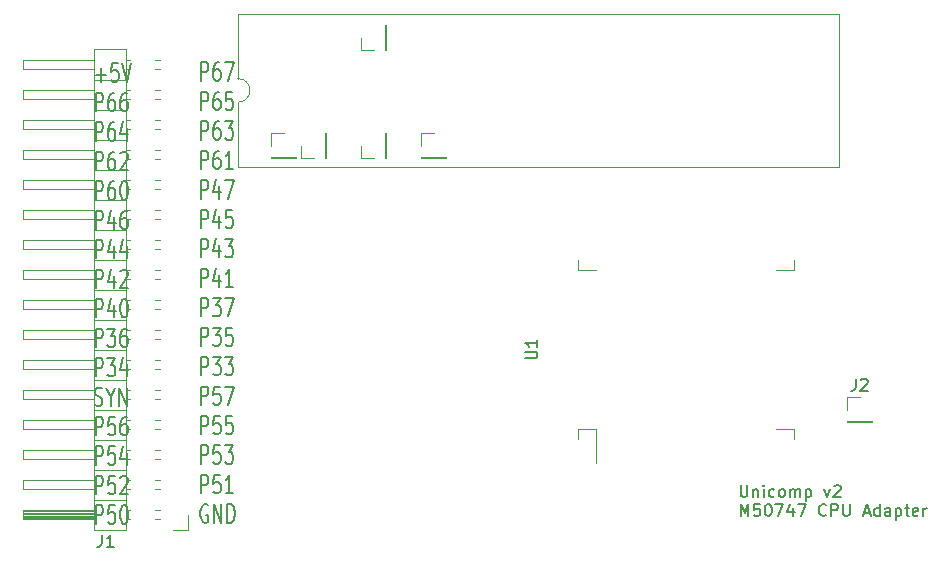
<source format=gbr>
%TF.GenerationSoftware,KiCad,Pcbnew,7.0.9-7.0.9~ubuntu20.04.1*%
%TF.CreationDate,2023-12-28T06:23:10+01:00*%
%TF.ProjectId,M50747_FP,4d353037-3437-45f4-9650-2e6b69636164,rev?*%
%TF.SameCoordinates,Original*%
%TF.FileFunction,Legend,Top*%
%TF.FilePolarity,Positive*%
%FSLAX46Y46*%
G04 Gerber Fmt 4.6, Leading zero omitted, Abs format (unit mm)*
G04 Created by KiCad (PCBNEW 7.0.9-7.0.9~ubuntu20.04.1) date 2023-12-28 06:23:10*
%MOMM*%
%LPD*%
G01*
G04 APERTURE LIST*
%ADD10C,0.150000*%
%ADD11C,0.120000*%
G04 APERTURE END LIST*
D10*
X160360588Y-43779533D02*
X161198684Y-43779533D01*
X160779636Y-44370009D02*
X160779636Y-43189057D01*
X162246303Y-42820009D02*
X161722493Y-42820009D01*
X161722493Y-42820009D02*
X161670112Y-43558104D01*
X161670112Y-43558104D02*
X161722493Y-43484295D01*
X161722493Y-43484295D02*
X161827255Y-43410485D01*
X161827255Y-43410485D02*
X162089160Y-43410485D01*
X162089160Y-43410485D02*
X162193922Y-43484295D01*
X162193922Y-43484295D02*
X162246303Y-43558104D01*
X162246303Y-43558104D02*
X162298684Y-43705723D01*
X162298684Y-43705723D02*
X162298684Y-44074771D01*
X162298684Y-44074771D02*
X162246303Y-44222390D01*
X162246303Y-44222390D02*
X162193922Y-44296200D01*
X162193922Y-44296200D02*
X162089160Y-44370009D01*
X162089160Y-44370009D02*
X161827255Y-44370009D01*
X161827255Y-44370009D02*
X161722493Y-44296200D01*
X161722493Y-44296200D02*
X161670112Y-44222390D01*
X162612969Y-42820009D02*
X162979636Y-44370009D01*
X162979636Y-44370009D02*
X163346303Y-42820009D01*
X160360588Y-46865509D02*
X160360588Y-45315509D01*
X160360588Y-45315509D02*
X160779636Y-45315509D01*
X160779636Y-45315509D02*
X160884398Y-45389319D01*
X160884398Y-45389319D02*
X160936779Y-45463128D01*
X160936779Y-45463128D02*
X160989160Y-45610747D01*
X160989160Y-45610747D02*
X160989160Y-45832176D01*
X160989160Y-45832176D02*
X160936779Y-45979795D01*
X160936779Y-45979795D02*
X160884398Y-46053604D01*
X160884398Y-46053604D02*
X160779636Y-46127414D01*
X160779636Y-46127414D02*
X160360588Y-46127414D01*
X161932017Y-45315509D02*
X161722493Y-45315509D01*
X161722493Y-45315509D02*
X161617731Y-45389319D01*
X161617731Y-45389319D02*
X161565350Y-45463128D01*
X161565350Y-45463128D02*
X161460588Y-45684557D01*
X161460588Y-45684557D02*
X161408207Y-45979795D01*
X161408207Y-45979795D02*
X161408207Y-46570271D01*
X161408207Y-46570271D02*
X161460588Y-46717890D01*
X161460588Y-46717890D02*
X161512969Y-46791700D01*
X161512969Y-46791700D02*
X161617731Y-46865509D01*
X161617731Y-46865509D02*
X161827255Y-46865509D01*
X161827255Y-46865509D02*
X161932017Y-46791700D01*
X161932017Y-46791700D02*
X161984398Y-46717890D01*
X161984398Y-46717890D02*
X162036779Y-46570271D01*
X162036779Y-46570271D02*
X162036779Y-46201223D01*
X162036779Y-46201223D02*
X161984398Y-46053604D01*
X161984398Y-46053604D02*
X161932017Y-45979795D01*
X161932017Y-45979795D02*
X161827255Y-45905985D01*
X161827255Y-45905985D02*
X161617731Y-45905985D01*
X161617731Y-45905985D02*
X161512969Y-45979795D01*
X161512969Y-45979795D02*
X161460588Y-46053604D01*
X161460588Y-46053604D02*
X161408207Y-46201223D01*
X162979636Y-45315509D02*
X162770112Y-45315509D01*
X162770112Y-45315509D02*
X162665350Y-45389319D01*
X162665350Y-45389319D02*
X162612969Y-45463128D01*
X162612969Y-45463128D02*
X162508207Y-45684557D01*
X162508207Y-45684557D02*
X162455826Y-45979795D01*
X162455826Y-45979795D02*
X162455826Y-46570271D01*
X162455826Y-46570271D02*
X162508207Y-46717890D01*
X162508207Y-46717890D02*
X162560588Y-46791700D01*
X162560588Y-46791700D02*
X162665350Y-46865509D01*
X162665350Y-46865509D02*
X162874874Y-46865509D01*
X162874874Y-46865509D02*
X162979636Y-46791700D01*
X162979636Y-46791700D02*
X163032017Y-46717890D01*
X163032017Y-46717890D02*
X163084398Y-46570271D01*
X163084398Y-46570271D02*
X163084398Y-46201223D01*
X163084398Y-46201223D02*
X163032017Y-46053604D01*
X163032017Y-46053604D02*
X162979636Y-45979795D01*
X162979636Y-45979795D02*
X162874874Y-45905985D01*
X162874874Y-45905985D02*
X162665350Y-45905985D01*
X162665350Y-45905985D02*
X162560588Y-45979795D01*
X162560588Y-45979795D02*
X162508207Y-46053604D01*
X162508207Y-46053604D02*
X162455826Y-46201223D01*
X160360588Y-49361009D02*
X160360588Y-47811009D01*
X160360588Y-47811009D02*
X160779636Y-47811009D01*
X160779636Y-47811009D02*
X160884398Y-47884819D01*
X160884398Y-47884819D02*
X160936779Y-47958628D01*
X160936779Y-47958628D02*
X160989160Y-48106247D01*
X160989160Y-48106247D02*
X160989160Y-48327676D01*
X160989160Y-48327676D02*
X160936779Y-48475295D01*
X160936779Y-48475295D02*
X160884398Y-48549104D01*
X160884398Y-48549104D02*
X160779636Y-48622914D01*
X160779636Y-48622914D02*
X160360588Y-48622914D01*
X161932017Y-47811009D02*
X161722493Y-47811009D01*
X161722493Y-47811009D02*
X161617731Y-47884819D01*
X161617731Y-47884819D02*
X161565350Y-47958628D01*
X161565350Y-47958628D02*
X161460588Y-48180057D01*
X161460588Y-48180057D02*
X161408207Y-48475295D01*
X161408207Y-48475295D02*
X161408207Y-49065771D01*
X161408207Y-49065771D02*
X161460588Y-49213390D01*
X161460588Y-49213390D02*
X161512969Y-49287200D01*
X161512969Y-49287200D02*
X161617731Y-49361009D01*
X161617731Y-49361009D02*
X161827255Y-49361009D01*
X161827255Y-49361009D02*
X161932017Y-49287200D01*
X161932017Y-49287200D02*
X161984398Y-49213390D01*
X161984398Y-49213390D02*
X162036779Y-49065771D01*
X162036779Y-49065771D02*
X162036779Y-48696723D01*
X162036779Y-48696723D02*
X161984398Y-48549104D01*
X161984398Y-48549104D02*
X161932017Y-48475295D01*
X161932017Y-48475295D02*
X161827255Y-48401485D01*
X161827255Y-48401485D02*
X161617731Y-48401485D01*
X161617731Y-48401485D02*
X161512969Y-48475295D01*
X161512969Y-48475295D02*
X161460588Y-48549104D01*
X161460588Y-48549104D02*
X161408207Y-48696723D01*
X162979636Y-48327676D02*
X162979636Y-49361009D01*
X162717731Y-47737200D02*
X162455826Y-48844342D01*
X162455826Y-48844342D02*
X163136779Y-48844342D01*
X160360588Y-51856509D02*
X160360588Y-50306509D01*
X160360588Y-50306509D02*
X160779636Y-50306509D01*
X160779636Y-50306509D02*
X160884398Y-50380319D01*
X160884398Y-50380319D02*
X160936779Y-50454128D01*
X160936779Y-50454128D02*
X160989160Y-50601747D01*
X160989160Y-50601747D02*
X160989160Y-50823176D01*
X160989160Y-50823176D02*
X160936779Y-50970795D01*
X160936779Y-50970795D02*
X160884398Y-51044604D01*
X160884398Y-51044604D02*
X160779636Y-51118414D01*
X160779636Y-51118414D02*
X160360588Y-51118414D01*
X161932017Y-50306509D02*
X161722493Y-50306509D01*
X161722493Y-50306509D02*
X161617731Y-50380319D01*
X161617731Y-50380319D02*
X161565350Y-50454128D01*
X161565350Y-50454128D02*
X161460588Y-50675557D01*
X161460588Y-50675557D02*
X161408207Y-50970795D01*
X161408207Y-50970795D02*
X161408207Y-51561271D01*
X161408207Y-51561271D02*
X161460588Y-51708890D01*
X161460588Y-51708890D02*
X161512969Y-51782700D01*
X161512969Y-51782700D02*
X161617731Y-51856509D01*
X161617731Y-51856509D02*
X161827255Y-51856509D01*
X161827255Y-51856509D02*
X161932017Y-51782700D01*
X161932017Y-51782700D02*
X161984398Y-51708890D01*
X161984398Y-51708890D02*
X162036779Y-51561271D01*
X162036779Y-51561271D02*
X162036779Y-51192223D01*
X162036779Y-51192223D02*
X161984398Y-51044604D01*
X161984398Y-51044604D02*
X161932017Y-50970795D01*
X161932017Y-50970795D02*
X161827255Y-50896985D01*
X161827255Y-50896985D02*
X161617731Y-50896985D01*
X161617731Y-50896985D02*
X161512969Y-50970795D01*
X161512969Y-50970795D02*
X161460588Y-51044604D01*
X161460588Y-51044604D02*
X161408207Y-51192223D01*
X162455826Y-50454128D02*
X162508207Y-50380319D01*
X162508207Y-50380319D02*
X162612969Y-50306509D01*
X162612969Y-50306509D02*
X162874874Y-50306509D01*
X162874874Y-50306509D02*
X162979636Y-50380319D01*
X162979636Y-50380319D02*
X163032017Y-50454128D01*
X163032017Y-50454128D02*
X163084398Y-50601747D01*
X163084398Y-50601747D02*
X163084398Y-50749366D01*
X163084398Y-50749366D02*
X163032017Y-50970795D01*
X163032017Y-50970795D02*
X162403445Y-51856509D01*
X162403445Y-51856509D02*
X163084398Y-51856509D01*
X160360588Y-54352009D02*
X160360588Y-52802009D01*
X160360588Y-52802009D02*
X160779636Y-52802009D01*
X160779636Y-52802009D02*
X160884398Y-52875819D01*
X160884398Y-52875819D02*
X160936779Y-52949628D01*
X160936779Y-52949628D02*
X160989160Y-53097247D01*
X160989160Y-53097247D02*
X160989160Y-53318676D01*
X160989160Y-53318676D02*
X160936779Y-53466295D01*
X160936779Y-53466295D02*
X160884398Y-53540104D01*
X160884398Y-53540104D02*
X160779636Y-53613914D01*
X160779636Y-53613914D02*
X160360588Y-53613914D01*
X161932017Y-52802009D02*
X161722493Y-52802009D01*
X161722493Y-52802009D02*
X161617731Y-52875819D01*
X161617731Y-52875819D02*
X161565350Y-52949628D01*
X161565350Y-52949628D02*
X161460588Y-53171057D01*
X161460588Y-53171057D02*
X161408207Y-53466295D01*
X161408207Y-53466295D02*
X161408207Y-54056771D01*
X161408207Y-54056771D02*
X161460588Y-54204390D01*
X161460588Y-54204390D02*
X161512969Y-54278200D01*
X161512969Y-54278200D02*
X161617731Y-54352009D01*
X161617731Y-54352009D02*
X161827255Y-54352009D01*
X161827255Y-54352009D02*
X161932017Y-54278200D01*
X161932017Y-54278200D02*
X161984398Y-54204390D01*
X161984398Y-54204390D02*
X162036779Y-54056771D01*
X162036779Y-54056771D02*
X162036779Y-53687723D01*
X162036779Y-53687723D02*
X161984398Y-53540104D01*
X161984398Y-53540104D02*
X161932017Y-53466295D01*
X161932017Y-53466295D02*
X161827255Y-53392485D01*
X161827255Y-53392485D02*
X161617731Y-53392485D01*
X161617731Y-53392485D02*
X161512969Y-53466295D01*
X161512969Y-53466295D02*
X161460588Y-53540104D01*
X161460588Y-53540104D02*
X161408207Y-53687723D01*
X162717731Y-52802009D02*
X162822493Y-52802009D01*
X162822493Y-52802009D02*
X162927255Y-52875819D01*
X162927255Y-52875819D02*
X162979636Y-52949628D01*
X162979636Y-52949628D02*
X163032017Y-53097247D01*
X163032017Y-53097247D02*
X163084398Y-53392485D01*
X163084398Y-53392485D02*
X163084398Y-53761533D01*
X163084398Y-53761533D02*
X163032017Y-54056771D01*
X163032017Y-54056771D02*
X162979636Y-54204390D01*
X162979636Y-54204390D02*
X162927255Y-54278200D01*
X162927255Y-54278200D02*
X162822493Y-54352009D01*
X162822493Y-54352009D02*
X162717731Y-54352009D01*
X162717731Y-54352009D02*
X162612969Y-54278200D01*
X162612969Y-54278200D02*
X162560588Y-54204390D01*
X162560588Y-54204390D02*
X162508207Y-54056771D01*
X162508207Y-54056771D02*
X162455826Y-53761533D01*
X162455826Y-53761533D02*
X162455826Y-53392485D01*
X162455826Y-53392485D02*
X162508207Y-53097247D01*
X162508207Y-53097247D02*
X162560588Y-52949628D01*
X162560588Y-52949628D02*
X162612969Y-52875819D01*
X162612969Y-52875819D02*
X162717731Y-52802009D01*
X160360588Y-56847509D02*
X160360588Y-55297509D01*
X160360588Y-55297509D02*
X160779636Y-55297509D01*
X160779636Y-55297509D02*
X160884398Y-55371319D01*
X160884398Y-55371319D02*
X160936779Y-55445128D01*
X160936779Y-55445128D02*
X160989160Y-55592747D01*
X160989160Y-55592747D02*
X160989160Y-55814176D01*
X160989160Y-55814176D02*
X160936779Y-55961795D01*
X160936779Y-55961795D02*
X160884398Y-56035604D01*
X160884398Y-56035604D02*
X160779636Y-56109414D01*
X160779636Y-56109414D02*
X160360588Y-56109414D01*
X161932017Y-55814176D02*
X161932017Y-56847509D01*
X161670112Y-55223700D02*
X161408207Y-56330842D01*
X161408207Y-56330842D02*
X162089160Y-56330842D01*
X162979636Y-55297509D02*
X162770112Y-55297509D01*
X162770112Y-55297509D02*
X162665350Y-55371319D01*
X162665350Y-55371319D02*
X162612969Y-55445128D01*
X162612969Y-55445128D02*
X162508207Y-55666557D01*
X162508207Y-55666557D02*
X162455826Y-55961795D01*
X162455826Y-55961795D02*
X162455826Y-56552271D01*
X162455826Y-56552271D02*
X162508207Y-56699890D01*
X162508207Y-56699890D02*
X162560588Y-56773700D01*
X162560588Y-56773700D02*
X162665350Y-56847509D01*
X162665350Y-56847509D02*
X162874874Y-56847509D01*
X162874874Y-56847509D02*
X162979636Y-56773700D01*
X162979636Y-56773700D02*
X163032017Y-56699890D01*
X163032017Y-56699890D02*
X163084398Y-56552271D01*
X163084398Y-56552271D02*
X163084398Y-56183223D01*
X163084398Y-56183223D02*
X163032017Y-56035604D01*
X163032017Y-56035604D02*
X162979636Y-55961795D01*
X162979636Y-55961795D02*
X162874874Y-55887985D01*
X162874874Y-55887985D02*
X162665350Y-55887985D01*
X162665350Y-55887985D02*
X162560588Y-55961795D01*
X162560588Y-55961795D02*
X162508207Y-56035604D01*
X162508207Y-56035604D02*
X162455826Y-56183223D01*
X160360588Y-59343009D02*
X160360588Y-57793009D01*
X160360588Y-57793009D02*
X160779636Y-57793009D01*
X160779636Y-57793009D02*
X160884398Y-57866819D01*
X160884398Y-57866819D02*
X160936779Y-57940628D01*
X160936779Y-57940628D02*
X160989160Y-58088247D01*
X160989160Y-58088247D02*
X160989160Y-58309676D01*
X160989160Y-58309676D02*
X160936779Y-58457295D01*
X160936779Y-58457295D02*
X160884398Y-58531104D01*
X160884398Y-58531104D02*
X160779636Y-58604914D01*
X160779636Y-58604914D02*
X160360588Y-58604914D01*
X161932017Y-58309676D02*
X161932017Y-59343009D01*
X161670112Y-57719200D02*
X161408207Y-58826342D01*
X161408207Y-58826342D02*
X162089160Y-58826342D01*
X162979636Y-58309676D02*
X162979636Y-59343009D01*
X162717731Y-57719200D02*
X162455826Y-58826342D01*
X162455826Y-58826342D02*
X163136779Y-58826342D01*
X160360588Y-61838509D02*
X160360588Y-60288509D01*
X160360588Y-60288509D02*
X160779636Y-60288509D01*
X160779636Y-60288509D02*
X160884398Y-60362319D01*
X160884398Y-60362319D02*
X160936779Y-60436128D01*
X160936779Y-60436128D02*
X160989160Y-60583747D01*
X160989160Y-60583747D02*
X160989160Y-60805176D01*
X160989160Y-60805176D02*
X160936779Y-60952795D01*
X160936779Y-60952795D02*
X160884398Y-61026604D01*
X160884398Y-61026604D02*
X160779636Y-61100414D01*
X160779636Y-61100414D02*
X160360588Y-61100414D01*
X161932017Y-60805176D02*
X161932017Y-61838509D01*
X161670112Y-60214700D02*
X161408207Y-61321842D01*
X161408207Y-61321842D02*
X162089160Y-61321842D01*
X162455826Y-60436128D02*
X162508207Y-60362319D01*
X162508207Y-60362319D02*
X162612969Y-60288509D01*
X162612969Y-60288509D02*
X162874874Y-60288509D01*
X162874874Y-60288509D02*
X162979636Y-60362319D01*
X162979636Y-60362319D02*
X163032017Y-60436128D01*
X163032017Y-60436128D02*
X163084398Y-60583747D01*
X163084398Y-60583747D02*
X163084398Y-60731366D01*
X163084398Y-60731366D02*
X163032017Y-60952795D01*
X163032017Y-60952795D02*
X162403445Y-61838509D01*
X162403445Y-61838509D02*
X163084398Y-61838509D01*
X160360588Y-64334009D02*
X160360588Y-62784009D01*
X160360588Y-62784009D02*
X160779636Y-62784009D01*
X160779636Y-62784009D02*
X160884398Y-62857819D01*
X160884398Y-62857819D02*
X160936779Y-62931628D01*
X160936779Y-62931628D02*
X160989160Y-63079247D01*
X160989160Y-63079247D02*
X160989160Y-63300676D01*
X160989160Y-63300676D02*
X160936779Y-63448295D01*
X160936779Y-63448295D02*
X160884398Y-63522104D01*
X160884398Y-63522104D02*
X160779636Y-63595914D01*
X160779636Y-63595914D02*
X160360588Y-63595914D01*
X161932017Y-63300676D02*
X161932017Y-64334009D01*
X161670112Y-62710200D02*
X161408207Y-63817342D01*
X161408207Y-63817342D02*
X162089160Y-63817342D01*
X162717731Y-62784009D02*
X162822493Y-62784009D01*
X162822493Y-62784009D02*
X162927255Y-62857819D01*
X162927255Y-62857819D02*
X162979636Y-62931628D01*
X162979636Y-62931628D02*
X163032017Y-63079247D01*
X163032017Y-63079247D02*
X163084398Y-63374485D01*
X163084398Y-63374485D02*
X163084398Y-63743533D01*
X163084398Y-63743533D02*
X163032017Y-64038771D01*
X163032017Y-64038771D02*
X162979636Y-64186390D01*
X162979636Y-64186390D02*
X162927255Y-64260200D01*
X162927255Y-64260200D02*
X162822493Y-64334009D01*
X162822493Y-64334009D02*
X162717731Y-64334009D01*
X162717731Y-64334009D02*
X162612969Y-64260200D01*
X162612969Y-64260200D02*
X162560588Y-64186390D01*
X162560588Y-64186390D02*
X162508207Y-64038771D01*
X162508207Y-64038771D02*
X162455826Y-63743533D01*
X162455826Y-63743533D02*
X162455826Y-63374485D01*
X162455826Y-63374485D02*
X162508207Y-63079247D01*
X162508207Y-63079247D02*
X162560588Y-62931628D01*
X162560588Y-62931628D02*
X162612969Y-62857819D01*
X162612969Y-62857819D02*
X162717731Y-62784009D01*
X160360588Y-66829509D02*
X160360588Y-65279509D01*
X160360588Y-65279509D02*
X160779636Y-65279509D01*
X160779636Y-65279509D02*
X160884398Y-65353319D01*
X160884398Y-65353319D02*
X160936779Y-65427128D01*
X160936779Y-65427128D02*
X160989160Y-65574747D01*
X160989160Y-65574747D02*
X160989160Y-65796176D01*
X160989160Y-65796176D02*
X160936779Y-65943795D01*
X160936779Y-65943795D02*
X160884398Y-66017604D01*
X160884398Y-66017604D02*
X160779636Y-66091414D01*
X160779636Y-66091414D02*
X160360588Y-66091414D01*
X161355826Y-65279509D02*
X162036779Y-65279509D01*
X162036779Y-65279509D02*
X161670112Y-65869985D01*
X161670112Y-65869985D02*
X161827255Y-65869985D01*
X161827255Y-65869985D02*
X161932017Y-65943795D01*
X161932017Y-65943795D02*
X161984398Y-66017604D01*
X161984398Y-66017604D02*
X162036779Y-66165223D01*
X162036779Y-66165223D02*
X162036779Y-66534271D01*
X162036779Y-66534271D02*
X161984398Y-66681890D01*
X161984398Y-66681890D02*
X161932017Y-66755700D01*
X161932017Y-66755700D02*
X161827255Y-66829509D01*
X161827255Y-66829509D02*
X161512969Y-66829509D01*
X161512969Y-66829509D02*
X161408207Y-66755700D01*
X161408207Y-66755700D02*
X161355826Y-66681890D01*
X162979636Y-65279509D02*
X162770112Y-65279509D01*
X162770112Y-65279509D02*
X162665350Y-65353319D01*
X162665350Y-65353319D02*
X162612969Y-65427128D01*
X162612969Y-65427128D02*
X162508207Y-65648557D01*
X162508207Y-65648557D02*
X162455826Y-65943795D01*
X162455826Y-65943795D02*
X162455826Y-66534271D01*
X162455826Y-66534271D02*
X162508207Y-66681890D01*
X162508207Y-66681890D02*
X162560588Y-66755700D01*
X162560588Y-66755700D02*
X162665350Y-66829509D01*
X162665350Y-66829509D02*
X162874874Y-66829509D01*
X162874874Y-66829509D02*
X162979636Y-66755700D01*
X162979636Y-66755700D02*
X163032017Y-66681890D01*
X163032017Y-66681890D02*
X163084398Y-66534271D01*
X163084398Y-66534271D02*
X163084398Y-66165223D01*
X163084398Y-66165223D02*
X163032017Y-66017604D01*
X163032017Y-66017604D02*
X162979636Y-65943795D01*
X162979636Y-65943795D02*
X162874874Y-65869985D01*
X162874874Y-65869985D02*
X162665350Y-65869985D01*
X162665350Y-65869985D02*
X162560588Y-65943795D01*
X162560588Y-65943795D02*
X162508207Y-66017604D01*
X162508207Y-66017604D02*
X162455826Y-66165223D01*
X160360588Y-69325009D02*
X160360588Y-67775009D01*
X160360588Y-67775009D02*
X160779636Y-67775009D01*
X160779636Y-67775009D02*
X160884398Y-67848819D01*
X160884398Y-67848819D02*
X160936779Y-67922628D01*
X160936779Y-67922628D02*
X160989160Y-68070247D01*
X160989160Y-68070247D02*
X160989160Y-68291676D01*
X160989160Y-68291676D02*
X160936779Y-68439295D01*
X160936779Y-68439295D02*
X160884398Y-68513104D01*
X160884398Y-68513104D02*
X160779636Y-68586914D01*
X160779636Y-68586914D02*
X160360588Y-68586914D01*
X161355826Y-67775009D02*
X162036779Y-67775009D01*
X162036779Y-67775009D02*
X161670112Y-68365485D01*
X161670112Y-68365485D02*
X161827255Y-68365485D01*
X161827255Y-68365485D02*
X161932017Y-68439295D01*
X161932017Y-68439295D02*
X161984398Y-68513104D01*
X161984398Y-68513104D02*
X162036779Y-68660723D01*
X162036779Y-68660723D02*
X162036779Y-69029771D01*
X162036779Y-69029771D02*
X161984398Y-69177390D01*
X161984398Y-69177390D02*
X161932017Y-69251200D01*
X161932017Y-69251200D02*
X161827255Y-69325009D01*
X161827255Y-69325009D02*
X161512969Y-69325009D01*
X161512969Y-69325009D02*
X161408207Y-69251200D01*
X161408207Y-69251200D02*
X161355826Y-69177390D01*
X162979636Y-68291676D02*
X162979636Y-69325009D01*
X162717731Y-67701200D02*
X162455826Y-68808342D01*
X162455826Y-68808342D02*
X163136779Y-68808342D01*
X160308207Y-71746700D02*
X160465350Y-71820509D01*
X160465350Y-71820509D02*
X160727255Y-71820509D01*
X160727255Y-71820509D02*
X160832017Y-71746700D01*
X160832017Y-71746700D02*
X160884398Y-71672890D01*
X160884398Y-71672890D02*
X160936779Y-71525271D01*
X160936779Y-71525271D02*
X160936779Y-71377652D01*
X160936779Y-71377652D02*
X160884398Y-71230033D01*
X160884398Y-71230033D02*
X160832017Y-71156223D01*
X160832017Y-71156223D02*
X160727255Y-71082414D01*
X160727255Y-71082414D02*
X160517731Y-71008604D01*
X160517731Y-71008604D02*
X160412969Y-70934795D01*
X160412969Y-70934795D02*
X160360588Y-70860985D01*
X160360588Y-70860985D02*
X160308207Y-70713366D01*
X160308207Y-70713366D02*
X160308207Y-70565747D01*
X160308207Y-70565747D02*
X160360588Y-70418128D01*
X160360588Y-70418128D02*
X160412969Y-70344319D01*
X160412969Y-70344319D02*
X160517731Y-70270509D01*
X160517731Y-70270509D02*
X160779636Y-70270509D01*
X160779636Y-70270509D02*
X160936779Y-70344319D01*
X161617731Y-71082414D02*
X161617731Y-71820509D01*
X161251064Y-70270509D02*
X161617731Y-71082414D01*
X161617731Y-71082414D02*
X161984398Y-70270509D01*
X162351064Y-71820509D02*
X162351064Y-70270509D01*
X162351064Y-70270509D02*
X162979636Y-71820509D01*
X162979636Y-71820509D02*
X162979636Y-70270509D01*
X160360588Y-74316009D02*
X160360588Y-72766009D01*
X160360588Y-72766009D02*
X160779636Y-72766009D01*
X160779636Y-72766009D02*
X160884398Y-72839819D01*
X160884398Y-72839819D02*
X160936779Y-72913628D01*
X160936779Y-72913628D02*
X160989160Y-73061247D01*
X160989160Y-73061247D02*
X160989160Y-73282676D01*
X160989160Y-73282676D02*
X160936779Y-73430295D01*
X160936779Y-73430295D02*
X160884398Y-73504104D01*
X160884398Y-73504104D02*
X160779636Y-73577914D01*
X160779636Y-73577914D02*
X160360588Y-73577914D01*
X161984398Y-72766009D02*
X161460588Y-72766009D01*
X161460588Y-72766009D02*
X161408207Y-73504104D01*
X161408207Y-73504104D02*
X161460588Y-73430295D01*
X161460588Y-73430295D02*
X161565350Y-73356485D01*
X161565350Y-73356485D02*
X161827255Y-73356485D01*
X161827255Y-73356485D02*
X161932017Y-73430295D01*
X161932017Y-73430295D02*
X161984398Y-73504104D01*
X161984398Y-73504104D02*
X162036779Y-73651723D01*
X162036779Y-73651723D02*
X162036779Y-74020771D01*
X162036779Y-74020771D02*
X161984398Y-74168390D01*
X161984398Y-74168390D02*
X161932017Y-74242200D01*
X161932017Y-74242200D02*
X161827255Y-74316009D01*
X161827255Y-74316009D02*
X161565350Y-74316009D01*
X161565350Y-74316009D02*
X161460588Y-74242200D01*
X161460588Y-74242200D02*
X161408207Y-74168390D01*
X162979636Y-72766009D02*
X162770112Y-72766009D01*
X162770112Y-72766009D02*
X162665350Y-72839819D01*
X162665350Y-72839819D02*
X162612969Y-72913628D01*
X162612969Y-72913628D02*
X162508207Y-73135057D01*
X162508207Y-73135057D02*
X162455826Y-73430295D01*
X162455826Y-73430295D02*
X162455826Y-74020771D01*
X162455826Y-74020771D02*
X162508207Y-74168390D01*
X162508207Y-74168390D02*
X162560588Y-74242200D01*
X162560588Y-74242200D02*
X162665350Y-74316009D01*
X162665350Y-74316009D02*
X162874874Y-74316009D01*
X162874874Y-74316009D02*
X162979636Y-74242200D01*
X162979636Y-74242200D02*
X163032017Y-74168390D01*
X163032017Y-74168390D02*
X163084398Y-74020771D01*
X163084398Y-74020771D02*
X163084398Y-73651723D01*
X163084398Y-73651723D02*
X163032017Y-73504104D01*
X163032017Y-73504104D02*
X162979636Y-73430295D01*
X162979636Y-73430295D02*
X162874874Y-73356485D01*
X162874874Y-73356485D02*
X162665350Y-73356485D01*
X162665350Y-73356485D02*
X162560588Y-73430295D01*
X162560588Y-73430295D02*
X162508207Y-73504104D01*
X162508207Y-73504104D02*
X162455826Y-73651723D01*
X160360588Y-76811509D02*
X160360588Y-75261509D01*
X160360588Y-75261509D02*
X160779636Y-75261509D01*
X160779636Y-75261509D02*
X160884398Y-75335319D01*
X160884398Y-75335319D02*
X160936779Y-75409128D01*
X160936779Y-75409128D02*
X160989160Y-75556747D01*
X160989160Y-75556747D02*
X160989160Y-75778176D01*
X160989160Y-75778176D02*
X160936779Y-75925795D01*
X160936779Y-75925795D02*
X160884398Y-75999604D01*
X160884398Y-75999604D02*
X160779636Y-76073414D01*
X160779636Y-76073414D02*
X160360588Y-76073414D01*
X161984398Y-75261509D02*
X161460588Y-75261509D01*
X161460588Y-75261509D02*
X161408207Y-75999604D01*
X161408207Y-75999604D02*
X161460588Y-75925795D01*
X161460588Y-75925795D02*
X161565350Y-75851985D01*
X161565350Y-75851985D02*
X161827255Y-75851985D01*
X161827255Y-75851985D02*
X161932017Y-75925795D01*
X161932017Y-75925795D02*
X161984398Y-75999604D01*
X161984398Y-75999604D02*
X162036779Y-76147223D01*
X162036779Y-76147223D02*
X162036779Y-76516271D01*
X162036779Y-76516271D02*
X161984398Y-76663890D01*
X161984398Y-76663890D02*
X161932017Y-76737700D01*
X161932017Y-76737700D02*
X161827255Y-76811509D01*
X161827255Y-76811509D02*
X161565350Y-76811509D01*
X161565350Y-76811509D02*
X161460588Y-76737700D01*
X161460588Y-76737700D02*
X161408207Y-76663890D01*
X162979636Y-75778176D02*
X162979636Y-76811509D01*
X162717731Y-75187700D02*
X162455826Y-76294842D01*
X162455826Y-76294842D02*
X163136779Y-76294842D01*
X160360588Y-79307009D02*
X160360588Y-77757009D01*
X160360588Y-77757009D02*
X160779636Y-77757009D01*
X160779636Y-77757009D02*
X160884398Y-77830819D01*
X160884398Y-77830819D02*
X160936779Y-77904628D01*
X160936779Y-77904628D02*
X160989160Y-78052247D01*
X160989160Y-78052247D02*
X160989160Y-78273676D01*
X160989160Y-78273676D02*
X160936779Y-78421295D01*
X160936779Y-78421295D02*
X160884398Y-78495104D01*
X160884398Y-78495104D02*
X160779636Y-78568914D01*
X160779636Y-78568914D02*
X160360588Y-78568914D01*
X161984398Y-77757009D02*
X161460588Y-77757009D01*
X161460588Y-77757009D02*
X161408207Y-78495104D01*
X161408207Y-78495104D02*
X161460588Y-78421295D01*
X161460588Y-78421295D02*
X161565350Y-78347485D01*
X161565350Y-78347485D02*
X161827255Y-78347485D01*
X161827255Y-78347485D02*
X161932017Y-78421295D01*
X161932017Y-78421295D02*
X161984398Y-78495104D01*
X161984398Y-78495104D02*
X162036779Y-78642723D01*
X162036779Y-78642723D02*
X162036779Y-79011771D01*
X162036779Y-79011771D02*
X161984398Y-79159390D01*
X161984398Y-79159390D02*
X161932017Y-79233200D01*
X161932017Y-79233200D02*
X161827255Y-79307009D01*
X161827255Y-79307009D02*
X161565350Y-79307009D01*
X161565350Y-79307009D02*
X161460588Y-79233200D01*
X161460588Y-79233200D02*
X161408207Y-79159390D01*
X162455826Y-77904628D02*
X162508207Y-77830819D01*
X162508207Y-77830819D02*
X162612969Y-77757009D01*
X162612969Y-77757009D02*
X162874874Y-77757009D01*
X162874874Y-77757009D02*
X162979636Y-77830819D01*
X162979636Y-77830819D02*
X163032017Y-77904628D01*
X163032017Y-77904628D02*
X163084398Y-78052247D01*
X163084398Y-78052247D02*
X163084398Y-78199866D01*
X163084398Y-78199866D02*
X163032017Y-78421295D01*
X163032017Y-78421295D02*
X162403445Y-79307009D01*
X162403445Y-79307009D02*
X163084398Y-79307009D01*
X160360588Y-81802509D02*
X160360588Y-80252509D01*
X160360588Y-80252509D02*
X160779636Y-80252509D01*
X160779636Y-80252509D02*
X160884398Y-80326319D01*
X160884398Y-80326319D02*
X160936779Y-80400128D01*
X160936779Y-80400128D02*
X160989160Y-80547747D01*
X160989160Y-80547747D02*
X160989160Y-80769176D01*
X160989160Y-80769176D02*
X160936779Y-80916795D01*
X160936779Y-80916795D02*
X160884398Y-80990604D01*
X160884398Y-80990604D02*
X160779636Y-81064414D01*
X160779636Y-81064414D02*
X160360588Y-81064414D01*
X161984398Y-80252509D02*
X161460588Y-80252509D01*
X161460588Y-80252509D02*
X161408207Y-80990604D01*
X161408207Y-80990604D02*
X161460588Y-80916795D01*
X161460588Y-80916795D02*
X161565350Y-80842985D01*
X161565350Y-80842985D02*
X161827255Y-80842985D01*
X161827255Y-80842985D02*
X161932017Y-80916795D01*
X161932017Y-80916795D02*
X161984398Y-80990604D01*
X161984398Y-80990604D02*
X162036779Y-81138223D01*
X162036779Y-81138223D02*
X162036779Y-81507271D01*
X162036779Y-81507271D02*
X161984398Y-81654890D01*
X161984398Y-81654890D02*
X161932017Y-81728700D01*
X161932017Y-81728700D02*
X161827255Y-81802509D01*
X161827255Y-81802509D02*
X161565350Y-81802509D01*
X161565350Y-81802509D02*
X161460588Y-81728700D01*
X161460588Y-81728700D02*
X161408207Y-81654890D01*
X162717731Y-80252509D02*
X162822493Y-80252509D01*
X162822493Y-80252509D02*
X162927255Y-80326319D01*
X162927255Y-80326319D02*
X162979636Y-80400128D01*
X162979636Y-80400128D02*
X163032017Y-80547747D01*
X163032017Y-80547747D02*
X163084398Y-80842985D01*
X163084398Y-80842985D02*
X163084398Y-81212033D01*
X163084398Y-81212033D02*
X163032017Y-81507271D01*
X163032017Y-81507271D02*
X162979636Y-81654890D01*
X162979636Y-81654890D02*
X162927255Y-81728700D01*
X162927255Y-81728700D02*
X162822493Y-81802509D01*
X162822493Y-81802509D02*
X162717731Y-81802509D01*
X162717731Y-81802509D02*
X162612969Y-81728700D01*
X162612969Y-81728700D02*
X162560588Y-81654890D01*
X162560588Y-81654890D02*
X162508207Y-81507271D01*
X162508207Y-81507271D02*
X162455826Y-81212033D01*
X162455826Y-81212033D02*
X162455826Y-80842985D01*
X162455826Y-80842985D02*
X162508207Y-80547747D01*
X162508207Y-80547747D02*
X162560588Y-80400128D01*
X162560588Y-80400128D02*
X162612969Y-80326319D01*
X162612969Y-80326319D02*
X162717731Y-80252509D01*
X214966779Y-78539819D02*
X214966779Y-79349342D01*
X214966779Y-79349342D02*
X215014398Y-79444580D01*
X215014398Y-79444580D02*
X215062017Y-79492200D01*
X215062017Y-79492200D02*
X215157255Y-79539819D01*
X215157255Y-79539819D02*
X215347731Y-79539819D01*
X215347731Y-79539819D02*
X215442969Y-79492200D01*
X215442969Y-79492200D02*
X215490588Y-79444580D01*
X215490588Y-79444580D02*
X215538207Y-79349342D01*
X215538207Y-79349342D02*
X215538207Y-78539819D01*
X216014398Y-78873152D02*
X216014398Y-79539819D01*
X216014398Y-78968390D02*
X216062017Y-78920771D01*
X216062017Y-78920771D02*
X216157255Y-78873152D01*
X216157255Y-78873152D02*
X216300112Y-78873152D01*
X216300112Y-78873152D02*
X216395350Y-78920771D01*
X216395350Y-78920771D02*
X216442969Y-79016009D01*
X216442969Y-79016009D02*
X216442969Y-79539819D01*
X216919160Y-79539819D02*
X216919160Y-78873152D01*
X216919160Y-78539819D02*
X216871541Y-78587438D01*
X216871541Y-78587438D02*
X216919160Y-78635057D01*
X216919160Y-78635057D02*
X216966779Y-78587438D01*
X216966779Y-78587438D02*
X216919160Y-78539819D01*
X216919160Y-78539819D02*
X216919160Y-78635057D01*
X217823921Y-79492200D02*
X217728683Y-79539819D01*
X217728683Y-79539819D02*
X217538207Y-79539819D01*
X217538207Y-79539819D02*
X217442969Y-79492200D01*
X217442969Y-79492200D02*
X217395350Y-79444580D01*
X217395350Y-79444580D02*
X217347731Y-79349342D01*
X217347731Y-79349342D02*
X217347731Y-79063628D01*
X217347731Y-79063628D02*
X217395350Y-78968390D01*
X217395350Y-78968390D02*
X217442969Y-78920771D01*
X217442969Y-78920771D02*
X217538207Y-78873152D01*
X217538207Y-78873152D02*
X217728683Y-78873152D01*
X217728683Y-78873152D02*
X217823921Y-78920771D01*
X218395350Y-79539819D02*
X218300112Y-79492200D01*
X218300112Y-79492200D02*
X218252493Y-79444580D01*
X218252493Y-79444580D02*
X218204874Y-79349342D01*
X218204874Y-79349342D02*
X218204874Y-79063628D01*
X218204874Y-79063628D02*
X218252493Y-78968390D01*
X218252493Y-78968390D02*
X218300112Y-78920771D01*
X218300112Y-78920771D02*
X218395350Y-78873152D01*
X218395350Y-78873152D02*
X218538207Y-78873152D01*
X218538207Y-78873152D02*
X218633445Y-78920771D01*
X218633445Y-78920771D02*
X218681064Y-78968390D01*
X218681064Y-78968390D02*
X218728683Y-79063628D01*
X218728683Y-79063628D02*
X218728683Y-79349342D01*
X218728683Y-79349342D02*
X218681064Y-79444580D01*
X218681064Y-79444580D02*
X218633445Y-79492200D01*
X218633445Y-79492200D02*
X218538207Y-79539819D01*
X218538207Y-79539819D02*
X218395350Y-79539819D01*
X219157255Y-79539819D02*
X219157255Y-78873152D01*
X219157255Y-78968390D02*
X219204874Y-78920771D01*
X219204874Y-78920771D02*
X219300112Y-78873152D01*
X219300112Y-78873152D02*
X219442969Y-78873152D01*
X219442969Y-78873152D02*
X219538207Y-78920771D01*
X219538207Y-78920771D02*
X219585826Y-79016009D01*
X219585826Y-79016009D02*
X219585826Y-79539819D01*
X219585826Y-79016009D02*
X219633445Y-78920771D01*
X219633445Y-78920771D02*
X219728683Y-78873152D01*
X219728683Y-78873152D02*
X219871540Y-78873152D01*
X219871540Y-78873152D02*
X219966779Y-78920771D01*
X219966779Y-78920771D02*
X220014398Y-79016009D01*
X220014398Y-79016009D02*
X220014398Y-79539819D01*
X220490588Y-78873152D02*
X220490588Y-79873152D01*
X220490588Y-78920771D02*
X220585826Y-78873152D01*
X220585826Y-78873152D02*
X220776302Y-78873152D01*
X220776302Y-78873152D02*
X220871540Y-78920771D01*
X220871540Y-78920771D02*
X220919159Y-78968390D01*
X220919159Y-78968390D02*
X220966778Y-79063628D01*
X220966778Y-79063628D02*
X220966778Y-79349342D01*
X220966778Y-79349342D02*
X220919159Y-79444580D01*
X220919159Y-79444580D02*
X220871540Y-79492200D01*
X220871540Y-79492200D02*
X220776302Y-79539819D01*
X220776302Y-79539819D02*
X220585826Y-79539819D01*
X220585826Y-79539819D02*
X220490588Y-79492200D01*
X222062017Y-78873152D02*
X222300112Y-79539819D01*
X222300112Y-79539819D02*
X222538207Y-78873152D01*
X222871541Y-78635057D02*
X222919160Y-78587438D01*
X222919160Y-78587438D02*
X223014398Y-78539819D01*
X223014398Y-78539819D02*
X223252493Y-78539819D01*
X223252493Y-78539819D02*
X223347731Y-78587438D01*
X223347731Y-78587438D02*
X223395350Y-78635057D01*
X223395350Y-78635057D02*
X223442969Y-78730295D01*
X223442969Y-78730295D02*
X223442969Y-78825533D01*
X223442969Y-78825533D02*
X223395350Y-78968390D01*
X223395350Y-78968390D02*
X222823922Y-79539819D01*
X222823922Y-79539819D02*
X223442969Y-79539819D01*
X214966779Y-81149819D02*
X214966779Y-80149819D01*
X214966779Y-80149819D02*
X215300112Y-80864104D01*
X215300112Y-80864104D02*
X215633445Y-80149819D01*
X215633445Y-80149819D02*
X215633445Y-81149819D01*
X216585826Y-80149819D02*
X216109636Y-80149819D01*
X216109636Y-80149819D02*
X216062017Y-80626009D01*
X216062017Y-80626009D02*
X216109636Y-80578390D01*
X216109636Y-80578390D02*
X216204874Y-80530771D01*
X216204874Y-80530771D02*
X216442969Y-80530771D01*
X216442969Y-80530771D02*
X216538207Y-80578390D01*
X216538207Y-80578390D02*
X216585826Y-80626009D01*
X216585826Y-80626009D02*
X216633445Y-80721247D01*
X216633445Y-80721247D02*
X216633445Y-80959342D01*
X216633445Y-80959342D02*
X216585826Y-81054580D01*
X216585826Y-81054580D02*
X216538207Y-81102200D01*
X216538207Y-81102200D02*
X216442969Y-81149819D01*
X216442969Y-81149819D02*
X216204874Y-81149819D01*
X216204874Y-81149819D02*
X216109636Y-81102200D01*
X216109636Y-81102200D02*
X216062017Y-81054580D01*
X217252493Y-80149819D02*
X217347731Y-80149819D01*
X217347731Y-80149819D02*
X217442969Y-80197438D01*
X217442969Y-80197438D02*
X217490588Y-80245057D01*
X217490588Y-80245057D02*
X217538207Y-80340295D01*
X217538207Y-80340295D02*
X217585826Y-80530771D01*
X217585826Y-80530771D02*
X217585826Y-80768866D01*
X217585826Y-80768866D02*
X217538207Y-80959342D01*
X217538207Y-80959342D02*
X217490588Y-81054580D01*
X217490588Y-81054580D02*
X217442969Y-81102200D01*
X217442969Y-81102200D02*
X217347731Y-81149819D01*
X217347731Y-81149819D02*
X217252493Y-81149819D01*
X217252493Y-81149819D02*
X217157255Y-81102200D01*
X217157255Y-81102200D02*
X217109636Y-81054580D01*
X217109636Y-81054580D02*
X217062017Y-80959342D01*
X217062017Y-80959342D02*
X217014398Y-80768866D01*
X217014398Y-80768866D02*
X217014398Y-80530771D01*
X217014398Y-80530771D02*
X217062017Y-80340295D01*
X217062017Y-80340295D02*
X217109636Y-80245057D01*
X217109636Y-80245057D02*
X217157255Y-80197438D01*
X217157255Y-80197438D02*
X217252493Y-80149819D01*
X217919160Y-80149819D02*
X218585826Y-80149819D01*
X218585826Y-80149819D02*
X218157255Y-81149819D01*
X219395350Y-80483152D02*
X219395350Y-81149819D01*
X219157255Y-80102200D02*
X218919160Y-80816485D01*
X218919160Y-80816485D02*
X219538207Y-80816485D01*
X219823922Y-80149819D02*
X220490588Y-80149819D01*
X220490588Y-80149819D02*
X220062017Y-81149819D01*
X222204874Y-81054580D02*
X222157255Y-81102200D01*
X222157255Y-81102200D02*
X222014398Y-81149819D01*
X222014398Y-81149819D02*
X221919160Y-81149819D01*
X221919160Y-81149819D02*
X221776303Y-81102200D01*
X221776303Y-81102200D02*
X221681065Y-81006961D01*
X221681065Y-81006961D02*
X221633446Y-80911723D01*
X221633446Y-80911723D02*
X221585827Y-80721247D01*
X221585827Y-80721247D02*
X221585827Y-80578390D01*
X221585827Y-80578390D02*
X221633446Y-80387914D01*
X221633446Y-80387914D02*
X221681065Y-80292676D01*
X221681065Y-80292676D02*
X221776303Y-80197438D01*
X221776303Y-80197438D02*
X221919160Y-80149819D01*
X221919160Y-80149819D02*
X222014398Y-80149819D01*
X222014398Y-80149819D02*
X222157255Y-80197438D01*
X222157255Y-80197438D02*
X222204874Y-80245057D01*
X222633446Y-81149819D02*
X222633446Y-80149819D01*
X222633446Y-80149819D02*
X223014398Y-80149819D01*
X223014398Y-80149819D02*
X223109636Y-80197438D01*
X223109636Y-80197438D02*
X223157255Y-80245057D01*
X223157255Y-80245057D02*
X223204874Y-80340295D01*
X223204874Y-80340295D02*
X223204874Y-80483152D01*
X223204874Y-80483152D02*
X223157255Y-80578390D01*
X223157255Y-80578390D02*
X223109636Y-80626009D01*
X223109636Y-80626009D02*
X223014398Y-80673628D01*
X223014398Y-80673628D02*
X222633446Y-80673628D01*
X223633446Y-80149819D02*
X223633446Y-80959342D01*
X223633446Y-80959342D02*
X223681065Y-81054580D01*
X223681065Y-81054580D02*
X223728684Y-81102200D01*
X223728684Y-81102200D02*
X223823922Y-81149819D01*
X223823922Y-81149819D02*
X224014398Y-81149819D01*
X224014398Y-81149819D02*
X224109636Y-81102200D01*
X224109636Y-81102200D02*
X224157255Y-81054580D01*
X224157255Y-81054580D02*
X224204874Y-80959342D01*
X224204874Y-80959342D02*
X224204874Y-80149819D01*
X225395351Y-80864104D02*
X225871541Y-80864104D01*
X225300113Y-81149819D02*
X225633446Y-80149819D01*
X225633446Y-80149819D02*
X225966779Y-81149819D01*
X226728684Y-81149819D02*
X226728684Y-80149819D01*
X226728684Y-81102200D02*
X226633446Y-81149819D01*
X226633446Y-81149819D02*
X226442970Y-81149819D01*
X226442970Y-81149819D02*
X226347732Y-81102200D01*
X226347732Y-81102200D02*
X226300113Y-81054580D01*
X226300113Y-81054580D02*
X226252494Y-80959342D01*
X226252494Y-80959342D02*
X226252494Y-80673628D01*
X226252494Y-80673628D02*
X226300113Y-80578390D01*
X226300113Y-80578390D02*
X226347732Y-80530771D01*
X226347732Y-80530771D02*
X226442970Y-80483152D01*
X226442970Y-80483152D02*
X226633446Y-80483152D01*
X226633446Y-80483152D02*
X226728684Y-80530771D01*
X227633446Y-81149819D02*
X227633446Y-80626009D01*
X227633446Y-80626009D02*
X227585827Y-80530771D01*
X227585827Y-80530771D02*
X227490589Y-80483152D01*
X227490589Y-80483152D02*
X227300113Y-80483152D01*
X227300113Y-80483152D02*
X227204875Y-80530771D01*
X227633446Y-81102200D02*
X227538208Y-81149819D01*
X227538208Y-81149819D02*
X227300113Y-81149819D01*
X227300113Y-81149819D02*
X227204875Y-81102200D01*
X227204875Y-81102200D02*
X227157256Y-81006961D01*
X227157256Y-81006961D02*
X227157256Y-80911723D01*
X227157256Y-80911723D02*
X227204875Y-80816485D01*
X227204875Y-80816485D02*
X227300113Y-80768866D01*
X227300113Y-80768866D02*
X227538208Y-80768866D01*
X227538208Y-80768866D02*
X227633446Y-80721247D01*
X228109637Y-80483152D02*
X228109637Y-81483152D01*
X228109637Y-80530771D02*
X228204875Y-80483152D01*
X228204875Y-80483152D02*
X228395351Y-80483152D01*
X228395351Y-80483152D02*
X228490589Y-80530771D01*
X228490589Y-80530771D02*
X228538208Y-80578390D01*
X228538208Y-80578390D02*
X228585827Y-80673628D01*
X228585827Y-80673628D02*
X228585827Y-80959342D01*
X228585827Y-80959342D02*
X228538208Y-81054580D01*
X228538208Y-81054580D02*
X228490589Y-81102200D01*
X228490589Y-81102200D02*
X228395351Y-81149819D01*
X228395351Y-81149819D02*
X228204875Y-81149819D01*
X228204875Y-81149819D02*
X228109637Y-81102200D01*
X228871542Y-80483152D02*
X229252494Y-80483152D01*
X229014399Y-80149819D02*
X229014399Y-81006961D01*
X229014399Y-81006961D02*
X229062018Y-81102200D01*
X229062018Y-81102200D02*
X229157256Y-81149819D01*
X229157256Y-81149819D02*
X229252494Y-81149819D01*
X229966780Y-81102200D02*
X229871542Y-81149819D01*
X229871542Y-81149819D02*
X229681066Y-81149819D01*
X229681066Y-81149819D02*
X229585828Y-81102200D01*
X229585828Y-81102200D02*
X229538209Y-81006961D01*
X229538209Y-81006961D02*
X229538209Y-80626009D01*
X229538209Y-80626009D02*
X229585828Y-80530771D01*
X229585828Y-80530771D02*
X229681066Y-80483152D01*
X229681066Y-80483152D02*
X229871542Y-80483152D01*
X229871542Y-80483152D02*
X229966780Y-80530771D01*
X229966780Y-80530771D02*
X230014399Y-80626009D01*
X230014399Y-80626009D02*
X230014399Y-80721247D01*
X230014399Y-80721247D02*
X229538209Y-80816485D01*
X230442971Y-81149819D02*
X230442971Y-80483152D01*
X230442971Y-80673628D02*
X230490590Y-80578390D01*
X230490590Y-80578390D02*
X230538209Y-80530771D01*
X230538209Y-80530771D02*
X230633447Y-80483152D01*
X230633447Y-80483152D02*
X230728685Y-80483152D01*
X169270588Y-44285009D02*
X169270588Y-42735009D01*
X169270588Y-42735009D02*
X169689636Y-42735009D01*
X169689636Y-42735009D02*
X169794398Y-42808819D01*
X169794398Y-42808819D02*
X169846779Y-42882628D01*
X169846779Y-42882628D02*
X169899160Y-43030247D01*
X169899160Y-43030247D02*
X169899160Y-43251676D01*
X169899160Y-43251676D02*
X169846779Y-43399295D01*
X169846779Y-43399295D02*
X169794398Y-43473104D01*
X169794398Y-43473104D02*
X169689636Y-43546914D01*
X169689636Y-43546914D02*
X169270588Y-43546914D01*
X170842017Y-42735009D02*
X170632493Y-42735009D01*
X170632493Y-42735009D02*
X170527731Y-42808819D01*
X170527731Y-42808819D02*
X170475350Y-42882628D01*
X170475350Y-42882628D02*
X170370588Y-43104057D01*
X170370588Y-43104057D02*
X170318207Y-43399295D01*
X170318207Y-43399295D02*
X170318207Y-43989771D01*
X170318207Y-43989771D02*
X170370588Y-44137390D01*
X170370588Y-44137390D02*
X170422969Y-44211200D01*
X170422969Y-44211200D02*
X170527731Y-44285009D01*
X170527731Y-44285009D02*
X170737255Y-44285009D01*
X170737255Y-44285009D02*
X170842017Y-44211200D01*
X170842017Y-44211200D02*
X170894398Y-44137390D01*
X170894398Y-44137390D02*
X170946779Y-43989771D01*
X170946779Y-43989771D02*
X170946779Y-43620723D01*
X170946779Y-43620723D02*
X170894398Y-43473104D01*
X170894398Y-43473104D02*
X170842017Y-43399295D01*
X170842017Y-43399295D02*
X170737255Y-43325485D01*
X170737255Y-43325485D02*
X170527731Y-43325485D01*
X170527731Y-43325485D02*
X170422969Y-43399295D01*
X170422969Y-43399295D02*
X170370588Y-43473104D01*
X170370588Y-43473104D02*
X170318207Y-43620723D01*
X171313445Y-42735009D02*
X172046779Y-42735009D01*
X172046779Y-42735009D02*
X171575350Y-44285009D01*
X169270588Y-46780509D02*
X169270588Y-45230509D01*
X169270588Y-45230509D02*
X169689636Y-45230509D01*
X169689636Y-45230509D02*
X169794398Y-45304319D01*
X169794398Y-45304319D02*
X169846779Y-45378128D01*
X169846779Y-45378128D02*
X169899160Y-45525747D01*
X169899160Y-45525747D02*
X169899160Y-45747176D01*
X169899160Y-45747176D02*
X169846779Y-45894795D01*
X169846779Y-45894795D02*
X169794398Y-45968604D01*
X169794398Y-45968604D02*
X169689636Y-46042414D01*
X169689636Y-46042414D02*
X169270588Y-46042414D01*
X170842017Y-45230509D02*
X170632493Y-45230509D01*
X170632493Y-45230509D02*
X170527731Y-45304319D01*
X170527731Y-45304319D02*
X170475350Y-45378128D01*
X170475350Y-45378128D02*
X170370588Y-45599557D01*
X170370588Y-45599557D02*
X170318207Y-45894795D01*
X170318207Y-45894795D02*
X170318207Y-46485271D01*
X170318207Y-46485271D02*
X170370588Y-46632890D01*
X170370588Y-46632890D02*
X170422969Y-46706700D01*
X170422969Y-46706700D02*
X170527731Y-46780509D01*
X170527731Y-46780509D02*
X170737255Y-46780509D01*
X170737255Y-46780509D02*
X170842017Y-46706700D01*
X170842017Y-46706700D02*
X170894398Y-46632890D01*
X170894398Y-46632890D02*
X170946779Y-46485271D01*
X170946779Y-46485271D02*
X170946779Y-46116223D01*
X170946779Y-46116223D02*
X170894398Y-45968604D01*
X170894398Y-45968604D02*
X170842017Y-45894795D01*
X170842017Y-45894795D02*
X170737255Y-45820985D01*
X170737255Y-45820985D02*
X170527731Y-45820985D01*
X170527731Y-45820985D02*
X170422969Y-45894795D01*
X170422969Y-45894795D02*
X170370588Y-45968604D01*
X170370588Y-45968604D02*
X170318207Y-46116223D01*
X171942017Y-45230509D02*
X171418207Y-45230509D01*
X171418207Y-45230509D02*
X171365826Y-45968604D01*
X171365826Y-45968604D02*
X171418207Y-45894795D01*
X171418207Y-45894795D02*
X171522969Y-45820985D01*
X171522969Y-45820985D02*
X171784874Y-45820985D01*
X171784874Y-45820985D02*
X171889636Y-45894795D01*
X171889636Y-45894795D02*
X171942017Y-45968604D01*
X171942017Y-45968604D02*
X171994398Y-46116223D01*
X171994398Y-46116223D02*
X171994398Y-46485271D01*
X171994398Y-46485271D02*
X171942017Y-46632890D01*
X171942017Y-46632890D02*
X171889636Y-46706700D01*
X171889636Y-46706700D02*
X171784874Y-46780509D01*
X171784874Y-46780509D02*
X171522969Y-46780509D01*
X171522969Y-46780509D02*
X171418207Y-46706700D01*
X171418207Y-46706700D02*
X171365826Y-46632890D01*
X169270588Y-49276009D02*
X169270588Y-47726009D01*
X169270588Y-47726009D02*
X169689636Y-47726009D01*
X169689636Y-47726009D02*
X169794398Y-47799819D01*
X169794398Y-47799819D02*
X169846779Y-47873628D01*
X169846779Y-47873628D02*
X169899160Y-48021247D01*
X169899160Y-48021247D02*
X169899160Y-48242676D01*
X169899160Y-48242676D02*
X169846779Y-48390295D01*
X169846779Y-48390295D02*
X169794398Y-48464104D01*
X169794398Y-48464104D02*
X169689636Y-48537914D01*
X169689636Y-48537914D02*
X169270588Y-48537914D01*
X170842017Y-47726009D02*
X170632493Y-47726009D01*
X170632493Y-47726009D02*
X170527731Y-47799819D01*
X170527731Y-47799819D02*
X170475350Y-47873628D01*
X170475350Y-47873628D02*
X170370588Y-48095057D01*
X170370588Y-48095057D02*
X170318207Y-48390295D01*
X170318207Y-48390295D02*
X170318207Y-48980771D01*
X170318207Y-48980771D02*
X170370588Y-49128390D01*
X170370588Y-49128390D02*
X170422969Y-49202200D01*
X170422969Y-49202200D02*
X170527731Y-49276009D01*
X170527731Y-49276009D02*
X170737255Y-49276009D01*
X170737255Y-49276009D02*
X170842017Y-49202200D01*
X170842017Y-49202200D02*
X170894398Y-49128390D01*
X170894398Y-49128390D02*
X170946779Y-48980771D01*
X170946779Y-48980771D02*
X170946779Y-48611723D01*
X170946779Y-48611723D02*
X170894398Y-48464104D01*
X170894398Y-48464104D02*
X170842017Y-48390295D01*
X170842017Y-48390295D02*
X170737255Y-48316485D01*
X170737255Y-48316485D02*
X170527731Y-48316485D01*
X170527731Y-48316485D02*
X170422969Y-48390295D01*
X170422969Y-48390295D02*
X170370588Y-48464104D01*
X170370588Y-48464104D02*
X170318207Y-48611723D01*
X171313445Y-47726009D02*
X171994398Y-47726009D01*
X171994398Y-47726009D02*
X171627731Y-48316485D01*
X171627731Y-48316485D02*
X171784874Y-48316485D01*
X171784874Y-48316485D02*
X171889636Y-48390295D01*
X171889636Y-48390295D02*
X171942017Y-48464104D01*
X171942017Y-48464104D02*
X171994398Y-48611723D01*
X171994398Y-48611723D02*
X171994398Y-48980771D01*
X171994398Y-48980771D02*
X171942017Y-49128390D01*
X171942017Y-49128390D02*
X171889636Y-49202200D01*
X171889636Y-49202200D02*
X171784874Y-49276009D01*
X171784874Y-49276009D02*
X171470588Y-49276009D01*
X171470588Y-49276009D02*
X171365826Y-49202200D01*
X171365826Y-49202200D02*
X171313445Y-49128390D01*
X169270588Y-51771509D02*
X169270588Y-50221509D01*
X169270588Y-50221509D02*
X169689636Y-50221509D01*
X169689636Y-50221509D02*
X169794398Y-50295319D01*
X169794398Y-50295319D02*
X169846779Y-50369128D01*
X169846779Y-50369128D02*
X169899160Y-50516747D01*
X169899160Y-50516747D02*
X169899160Y-50738176D01*
X169899160Y-50738176D02*
X169846779Y-50885795D01*
X169846779Y-50885795D02*
X169794398Y-50959604D01*
X169794398Y-50959604D02*
X169689636Y-51033414D01*
X169689636Y-51033414D02*
X169270588Y-51033414D01*
X170842017Y-50221509D02*
X170632493Y-50221509D01*
X170632493Y-50221509D02*
X170527731Y-50295319D01*
X170527731Y-50295319D02*
X170475350Y-50369128D01*
X170475350Y-50369128D02*
X170370588Y-50590557D01*
X170370588Y-50590557D02*
X170318207Y-50885795D01*
X170318207Y-50885795D02*
X170318207Y-51476271D01*
X170318207Y-51476271D02*
X170370588Y-51623890D01*
X170370588Y-51623890D02*
X170422969Y-51697700D01*
X170422969Y-51697700D02*
X170527731Y-51771509D01*
X170527731Y-51771509D02*
X170737255Y-51771509D01*
X170737255Y-51771509D02*
X170842017Y-51697700D01*
X170842017Y-51697700D02*
X170894398Y-51623890D01*
X170894398Y-51623890D02*
X170946779Y-51476271D01*
X170946779Y-51476271D02*
X170946779Y-51107223D01*
X170946779Y-51107223D02*
X170894398Y-50959604D01*
X170894398Y-50959604D02*
X170842017Y-50885795D01*
X170842017Y-50885795D02*
X170737255Y-50811985D01*
X170737255Y-50811985D02*
X170527731Y-50811985D01*
X170527731Y-50811985D02*
X170422969Y-50885795D01*
X170422969Y-50885795D02*
X170370588Y-50959604D01*
X170370588Y-50959604D02*
X170318207Y-51107223D01*
X171994398Y-51771509D02*
X171365826Y-51771509D01*
X171680112Y-51771509D02*
X171680112Y-50221509D01*
X171680112Y-50221509D02*
X171575350Y-50442938D01*
X171575350Y-50442938D02*
X171470588Y-50590557D01*
X171470588Y-50590557D02*
X171365826Y-50664366D01*
X169270588Y-54267009D02*
X169270588Y-52717009D01*
X169270588Y-52717009D02*
X169689636Y-52717009D01*
X169689636Y-52717009D02*
X169794398Y-52790819D01*
X169794398Y-52790819D02*
X169846779Y-52864628D01*
X169846779Y-52864628D02*
X169899160Y-53012247D01*
X169899160Y-53012247D02*
X169899160Y-53233676D01*
X169899160Y-53233676D02*
X169846779Y-53381295D01*
X169846779Y-53381295D02*
X169794398Y-53455104D01*
X169794398Y-53455104D02*
X169689636Y-53528914D01*
X169689636Y-53528914D02*
X169270588Y-53528914D01*
X170842017Y-53233676D02*
X170842017Y-54267009D01*
X170580112Y-52643200D02*
X170318207Y-53750342D01*
X170318207Y-53750342D02*
X170999160Y-53750342D01*
X171313445Y-52717009D02*
X172046779Y-52717009D01*
X172046779Y-52717009D02*
X171575350Y-54267009D01*
X169270588Y-56762509D02*
X169270588Y-55212509D01*
X169270588Y-55212509D02*
X169689636Y-55212509D01*
X169689636Y-55212509D02*
X169794398Y-55286319D01*
X169794398Y-55286319D02*
X169846779Y-55360128D01*
X169846779Y-55360128D02*
X169899160Y-55507747D01*
X169899160Y-55507747D02*
X169899160Y-55729176D01*
X169899160Y-55729176D02*
X169846779Y-55876795D01*
X169846779Y-55876795D02*
X169794398Y-55950604D01*
X169794398Y-55950604D02*
X169689636Y-56024414D01*
X169689636Y-56024414D02*
X169270588Y-56024414D01*
X170842017Y-55729176D02*
X170842017Y-56762509D01*
X170580112Y-55138700D02*
X170318207Y-56245842D01*
X170318207Y-56245842D02*
X170999160Y-56245842D01*
X171942017Y-55212509D02*
X171418207Y-55212509D01*
X171418207Y-55212509D02*
X171365826Y-55950604D01*
X171365826Y-55950604D02*
X171418207Y-55876795D01*
X171418207Y-55876795D02*
X171522969Y-55802985D01*
X171522969Y-55802985D02*
X171784874Y-55802985D01*
X171784874Y-55802985D02*
X171889636Y-55876795D01*
X171889636Y-55876795D02*
X171942017Y-55950604D01*
X171942017Y-55950604D02*
X171994398Y-56098223D01*
X171994398Y-56098223D02*
X171994398Y-56467271D01*
X171994398Y-56467271D02*
X171942017Y-56614890D01*
X171942017Y-56614890D02*
X171889636Y-56688700D01*
X171889636Y-56688700D02*
X171784874Y-56762509D01*
X171784874Y-56762509D02*
X171522969Y-56762509D01*
X171522969Y-56762509D02*
X171418207Y-56688700D01*
X171418207Y-56688700D02*
X171365826Y-56614890D01*
X169270588Y-59258009D02*
X169270588Y-57708009D01*
X169270588Y-57708009D02*
X169689636Y-57708009D01*
X169689636Y-57708009D02*
X169794398Y-57781819D01*
X169794398Y-57781819D02*
X169846779Y-57855628D01*
X169846779Y-57855628D02*
X169899160Y-58003247D01*
X169899160Y-58003247D02*
X169899160Y-58224676D01*
X169899160Y-58224676D02*
X169846779Y-58372295D01*
X169846779Y-58372295D02*
X169794398Y-58446104D01*
X169794398Y-58446104D02*
X169689636Y-58519914D01*
X169689636Y-58519914D02*
X169270588Y-58519914D01*
X170842017Y-58224676D02*
X170842017Y-59258009D01*
X170580112Y-57634200D02*
X170318207Y-58741342D01*
X170318207Y-58741342D02*
X170999160Y-58741342D01*
X171313445Y-57708009D02*
X171994398Y-57708009D01*
X171994398Y-57708009D02*
X171627731Y-58298485D01*
X171627731Y-58298485D02*
X171784874Y-58298485D01*
X171784874Y-58298485D02*
X171889636Y-58372295D01*
X171889636Y-58372295D02*
X171942017Y-58446104D01*
X171942017Y-58446104D02*
X171994398Y-58593723D01*
X171994398Y-58593723D02*
X171994398Y-58962771D01*
X171994398Y-58962771D02*
X171942017Y-59110390D01*
X171942017Y-59110390D02*
X171889636Y-59184200D01*
X171889636Y-59184200D02*
X171784874Y-59258009D01*
X171784874Y-59258009D02*
X171470588Y-59258009D01*
X171470588Y-59258009D02*
X171365826Y-59184200D01*
X171365826Y-59184200D02*
X171313445Y-59110390D01*
X169270588Y-61753509D02*
X169270588Y-60203509D01*
X169270588Y-60203509D02*
X169689636Y-60203509D01*
X169689636Y-60203509D02*
X169794398Y-60277319D01*
X169794398Y-60277319D02*
X169846779Y-60351128D01*
X169846779Y-60351128D02*
X169899160Y-60498747D01*
X169899160Y-60498747D02*
X169899160Y-60720176D01*
X169899160Y-60720176D02*
X169846779Y-60867795D01*
X169846779Y-60867795D02*
X169794398Y-60941604D01*
X169794398Y-60941604D02*
X169689636Y-61015414D01*
X169689636Y-61015414D02*
X169270588Y-61015414D01*
X170842017Y-60720176D02*
X170842017Y-61753509D01*
X170580112Y-60129700D02*
X170318207Y-61236842D01*
X170318207Y-61236842D02*
X170999160Y-61236842D01*
X171994398Y-61753509D02*
X171365826Y-61753509D01*
X171680112Y-61753509D02*
X171680112Y-60203509D01*
X171680112Y-60203509D02*
X171575350Y-60424938D01*
X171575350Y-60424938D02*
X171470588Y-60572557D01*
X171470588Y-60572557D02*
X171365826Y-60646366D01*
X169270588Y-64249009D02*
X169270588Y-62699009D01*
X169270588Y-62699009D02*
X169689636Y-62699009D01*
X169689636Y-62699009D02*
X169794398Y-62772819D01*
X169794398Y-62772819D02*
X169846779Y-62846628D01*
X169846779Y-62846628D02*
X169899160Y-62994247D01*
X169899160Y-62994247D02*
X169899160Y-63215676D01*
X169899160Y-63215676D02*
X169846779Y-63363295D01*
X169846779Y-63363295D02*
X169794398Y-63437104D01*
X169794398Y-63437104D02*
X169689636Y-63510914D01*
X169689636Y-63510914D02*
X169270588Y-63510914D01*
X170265826Y-62699009D02*
X170946779Y-62699009D01*
X170946779Y-62699009D02*
X170580112Y-63289485D01*
X170580112Y-63289485D02*
X170737255Y-63289485D01*
X170737255Y-63289485D02*
X170842017Y-63363295D01*
X170842017Y-63363295D02*
X170894398Y-63437104D01*
X170894398Y-63437104D02*
X170946779Y-63584723D01*
X170946779Y-63584723D02*
X170946779Y-63953771D01*
X170946779Y-63953771D02*
X170894398Y-64101390D01*
X170894398Y-64101390D02*
X170842017Y-64175200D01*
X170842017Y-64175200D02*
X170737255Y-64249009D01*
X170737255Y-64249009D02*
X170422969Y-64249009D01*
X170422969Y-64249009D02*
X170318207Y-64175200D01*
X170318207Y-64175200D02*
X170265826Y-64101390D01*
X171313445Y-62699009D02*
X172046779Y-62699009D01*
X172046779Y-62699009D02*
X171575350Y-64249009D01*
X169270588Y-66744509D02*
X169270588Y-65194509D01*
X169270588Y-65194509D02*
X169689636Y-65194509D01*
X169689636Y-65194509D02*
X169794398Y-65268319D01*
X169794398Y-65268319D02*
X169846779Y-65342128D01*
X169846779Y-65342128D02*
X169899160Y-65489747D01*
X169899160Y-65489747D02*
X169899160Y-65711176D01*
X169899160Y-65711176D02*
X169846779Y-65858795D01*
X169846779Y-65858795D02*
X169794398Y-65932604D01*
X169794398Y-65932604D02*
X169689636Y-66006414D01*
X169689636Y-66006414D02*
X169270588Y-66006414D01*
X170265826Y-65194509D02*
X170946779Y-65194509D01*
X170946779Y-65194509D02*
X170580112Y-65784985D01*
X170580112Y-65784985D02*
X170737255Y-65784985D01*
X170737255Y-65784985D02*
X170842017Y-65858795D01*
X170842017Y-65858795D02*
X170894398Y-65932604D01*
X170894398Y-65932604D02*
X170946779Y-66080223D01*
X170946779Y-66080223D02*
X170946779Y-66449271D01*
X170946779Y-66449271D02*
X170894398Y-66596890D01*
X170894398Y-66596890D02*
X170842017Y-66670700D01*
X170842017Y-66670700D02*
X170737255Y-66744509D01*
X170737255Y-66744509D02*
X170422969Y-66744509D01*
X170422969Y-66744509D02*
X170318207Y-66670700D01*
X170318207Y-66670700D02*
X170265826Y-66596890D01*
X171942017Y-65194509D02*
X171418207Y-65194509D01*
X171418207Y-65194509D02*
X171365826Y-65932604D01*
X171365826Y-65932604D02*
X171418207Y-65858795D01*
X171418207Y-65858795D02*
X171522969Y-65784985D01*
X171522969Y-65784985D02*
X171784874Y-65784985D01*
X171784874Y-65784985D02*
X171889636Y-65858795D01*
X171889636Y-65858795D02*
X171942017Y-65932604D01*
X171942017Y-65932604D02*
X171994398Y-66080223D01*
X171994398Y-66080223D02*
X171994398Y-66449271D01*
X171994398Y-66449271D02*
X171942017Y-66596890D01*
X171942017Y-66596890D02*
X171889636Y-66670700D01*
X171889636Y-66670700D02*
X171784874Y-66744509D01*
X171784874Y-66744509D02*
X171522969Y-66744509D01*
X171522969Y-66744509D02*
X171418207Y-66670700D01*
X171418207Y-66670700D02*
X171365826Y-66596890D01*
X169270588Y-69240009D02*
X169270588Y-67690009D01*
X169270588Y-67690009D02*
X169689636Y-67690009D01*
X169689636Y-67690009D02*
X169794398Y-67763819D01*
X169794398Y-67763819D02*
X169846779Y-67837628D01*
X169846779Y-67837628D02*
X169899160Y-67985247D01*
X169899160Y-67985247D02*
X169899160Y-68206676D01*
X169899160Y-68206676D02*
X169846779Y-68354295D01*
X169846779Y-68354295D02*
X169794398Y-68428104D01*
X169794398Y-68428104D02*
X169689636Y-68501914D01*
X169689636Y-68501914D02*
X169270588Y-68501914D01*
X170265826Y-67690009D02*
X170946779Y-67690009D01*
X170946779Y-67690009D02*
X170580112Y-68280485D01*
X170580112Y-68280485D02*
X170737255Y-68280485D01*
X170737255Y-68280485D02*
X170842017Y-68354295D01*
X170842017Y-68354295D02*
X170894398Y-68428104D01*
X170894398Y-68428104D02*
X170946779Y-68575723D01*
X170946779Y-68575723D02*
X170946779Y-68944771D01*
X170946779Y-68944771D02*
X170894398Y-69092390D01*
X170894398Y-69092390D02*
X170842017Y-69166200D01*
X170842017Y-69166200D02*
X170737255Y-69240009D01*
X170737255Y-69240009D02*
X170422969Y-69240009D01*
X170422969Y-69240009D02*
X170318207Y-69166200D01*
X170318207Y-69166200D02*
X170265826Y-69092390D01*
X171313445Y-67690009D02*
X171994398Y-67690009D01*
X171994398Y-67690009D02*
X171627731Y-68280485D01*
X171627731Y-68280485D02*
X171784874Y-68280485D01*
X171784874Y-68280485D02*
X171889636Y-68354295D01*
X171889636Y-68354295D02*
X171942017Y-68428104D01*
X171942017Y-68428104D02*
X171994398Y-68575723D01*
X171994398Y-68575723D02*
X171994398Y-68944771D01*
X171994398Y-68944771D02*
X171942017Y-69092390D01*
X171942017Y-69092390D02*
X171889636Y-69166200D01*
X171889636Y-69166200D02*
X171784874Y-69240009D01*
X171784874Y-69240009D02*
X171470588Y-69240009D01*
X171470588Y-69240009D02*
X171365826Y-69166200D01*
X171365826Y-69166200D02*
X171313445Y-69092390D01*
X169270588Y-71735509D02*
X169270588Y-70185509D01*
X169270588Y-70185509D02*
X169689636Y-70185509D01*
X169689636Y-70185509D02*
X169794398Y-70259319D01*
X169794398Y-70259319D02*
X169846779Y-70333128D01*
X169846779Y-70333128D02*
X169899160Y-70480747D01*
X169899160Y-70480747D02*
X169899160Y-70702176D01*
X169899160Y-70702176D02*
X169846779Y-70849795D01*
X169846779Y-70849795D02*
X169794398Y-70923604D01*
X169794398Y-70923604D02*
X169689636Y-70997414D01*
X169689636Y-70997414D02*
X169270588Y-70997414D01*
X170894398Y-70185509D02*
X170370588Y-70185509D01*
X170370588Y-70185509D02*
X170318207Y-70923604D01*
X170318207Y-70923604D02*
X170370588Y-70849795D01*
X170370588Y-70849795D02*
X170475350Y-70775985D01*
X170475350Y-70775985D02*
X170737255Y-70775985D01*
X170737255Y-70775985D02*
X170842017Y-70849795D01*
X170842017Y-70849795D02*
X170894398Y-70923604D01*
X170894398Y-70923604D02*
X170946779Y-71071223D01*
X170946779Y-71071223D02*
X170946779Y-71440271D01*
X170946779Y-71440271D02*
X170894398Y-71587890D01*
X170894398Y-71587890D02*
X170842017Y-71661700D01*
X170842017Y-71661700D02*
X170737255Y-71735509D01*
X170737255Y-71735509D02*
X170475350Y-71735509D01*
X170475350Y-71735509D02*
X170370588Y-71661700D01*
X170370588Y-71661700D02*
X170318207Y-71587890D01*
X171313445Y-70185509D02*
X172046779Y-70185509D01*
X172046779Y-70185509D02*
X171575350Y-71735509D01*
X169270588Y-74231009D02*
X169270588Y-72681009D01*
X169270588Y-72681009D02*
X169689636Y-72681009D01*
X169689636Y-72681009D02*
X169794398Y-72754819D01*
X169794398Y-72754819D02*
X169846779Y-72828628D01*
X169846779Y-72828628D02*
X169899160Y-72976247D01*
X169899160Y-72976247D02*
X169899160Y-73197676D01*
X169899160Y-73197676D02*
X169846779Y-73345295D01*
X169846779Y-73345295D02*
X169794398Y-73419104D01*
X169794398Y-73419104D02*
X169689636Y-73492914D01*
X169689636Y-73492914D02*
X169270588Y-73492914D01*
X170894398Y-72681009D02*
X170370588Y-72681009D01*
X170370588Y-72681009D02*
X170318207Y-73419104D01*
X170318207Y-73419104D02*
X170370588Y-73345295D01*
X170370588Y-73345295D02*
X170475350Y-73271485D01*
X170475350Y-73271485D02*
X170737255Y-73271485D01*
X170737255Y-73271485D02*
X170842017Y-73345295D01*
X170842017Y-73345295D02*
X170894398Y-73419104D01*
X170894398Y-73419104D02*
X170946779Y-73566723D01*
X170946779Y-73566723D02*
X170946779Y-73935771D01*
X170946779Y-73935771D02*
X170894398Y-74083390D01*
X170894398Y-74083390D02*
X170842017Y-74157200D01*
X170842017Y-74157200D02*
X170737255Y-74231009D01*
X170737255Y-74231009D02*
X170475350Y-74231009D01*
X170475350Y-74231009D02*
X170370588Y-74157200D01*
X170370588Y-74157200D02*
X170318207Y-74083390D01*
X171942017Y-72681009D02*
X171418207Y-72681009D01*
X171418207Y-72681009D02*
X171365826Y-73419104D01*
X171365826Y-73419104D02*
X171418207Y-73345295D01*
X171418207Y-73345295D02*
X171522969Y-73271485D01*
X171522969Y-73271485D02*
X171784874Y-73271485D01*
X171784874Y-73271485D02*
X171889636Y-73345295D01*
X171889636Y-73345295D02*
X171942017Y-73419104D01*
X171942017Y-73419104D02*
X171994398Y-73566723D01*
X171994398Y-73566723D02*
X171994398Y-73935771D01*
X171994398Y-73935771D02*
X171942017Y-74083390D01*
X171942017Y-74083390D02*
X171889636Y-74157200D01*
X171889636Y-74157200D02*
X171784874Y-74231009D01*
X171784874Y-74231009D02*
X171522969Y-74231009D01*
X171522969Y-74231009D02*
X171418207Y-74157200D01*
X171418207Y-74157200D02*
X171365826Y-74083390D01*
X169270588Y-76726509D02*
X169270588Y-75176509D01*
X169270588Y-75176509D02*
X169689636Y-75176509D01*
X169689636Y-75176509D02*
X169794398Y-75250319D01*
X169794398Y-75250319D02*
X169846779Y-75324128D01*
X169846779Y-75324128D02*
X169899160Y-75471747D01*
X169899160Y-75471747D02*
X169899160Y-75693176D01*
X169899160Y-75693176D02*
X169846779Y-75840795D01*
X169846779Y-75840795D02*
X169794398Y-75914604D01*
X169794398Y-75914604D02*
X169689636Y-75988414D01*
X169689636Y-75988414D02*
X169270588Y-75988414D01*
X170894398Y-75176509D02*
X170370588Y-75176509D01*
X170370588Y-75176509D02*
X170318207Y-75914604D01*
X170318207Y-75914604D02*
X170370588Y-75840795D01*
X170370588Y-75840795D02*
X170475350Y-75766985D01*
X170475350Y-75766985D02*
X170737255Y-75766985D01*
X170737255Y-75766985D02*
X170842017Y-75840795D01*
X170842017Y-75840795D02*
X170894398Y-75914604D01*
X170894398Y-75914604D02*
X170946779Y-76062223D01*
X170946779Y-76062223D02*
X170946779Y-76431271D01*
X170946779Y-76431271D02*
X170894398Y-76578890D01*
X170894398Y-76578890D02*
X170842017Y-76652700D01*
X170842017Y-76652700D02*
X170737255Y-76726509D01*
X170737255Y-76726509D02*
X170475350Y-76726509D01*
X170475350Y-76726509D02*
X170370588Y-76652700D01*
X170370588Y-76652700D02*
X170318207Y-76578890D01*
X171313445Y-75176509D02*
X171994398Y-75176509D01*
X171994398Y-75176509D02*
X171627731Y-75766985D01*
X171627731Y-75766985D02*
X171784874Y-75766985D01*
X171784874Y-75766985D02*
X171889636Y-75840795D01*
X171889636Y-75840795D02*
X171942017Y-75914604D01*
X171942017Y-75914604D02*
X171994398Y-76062223D01*
X171994398Y-76062223D02*
X171994398Y-76431271D01*
X171994398Y-76431271D02*
X171942017Y-76578890D01*
X171942017Y-76578890D02*
X171889636Y-76652700D01*
X171889636Y-76652700D02*
X171784874Y-76726509D01*
X171784874Y-76726509D02*
X171470588Y-76726509D01*
X171470588Y-76726509D02*
X171365826Y-76652700D01*
X171365826Y-76652700D02*
X171313445Y-76578890D01*
X169270588Y-79222009D02*
X169270588Y-77672009D01*
X169270588Y-77672009D02*
X169689636Y-77672009D01*
X169689636Y-77672009D02*
X169794398Y-77745819D01*
X169794398Y-77745819D02*
X169846779Y-77819628D01*
X169846779Y-77819628D02*
X169899160Y-77967247D01*
X169899160Y-77967247D02*
X169899160Y-78188676D01*
X169899160Y-78188676D02*
X169846779Y-78336295D01*
X169846779Y-78336295D02*
X169794398Y-78410104D01*
X169794398Y-78410104D02*
X169689636Y-78483914D01*
X169689636Y-78483914D02*
X169270588Y-78483914D01*
X170894398Y-77672009D02*
X170370588Y-77672009D01*
X170370588Y-77672009D02*
X170318207Y-78410104D01*
X170318207Y-78410104D02*
X170370588Y-78336295D01*
X170370588Y-78336295D02*
X170475350Y-78262485D01*
X170475350Y-78262485D02*
X170737255Y-78262485D01*
X170737255Y-78262485D02*
X170842017Y-78336295D01*
X170842017Y-78336295D02*
X170894398Y-78410104D01*
X170894398Y-78410104D02*
X170946779Y-78557723D01*
X170946779Y-78557723D02*
X170946779Y-78926771D01*
X170946779Y-78926771D02*
X170894398Y-79074390D01*
X170894398Y-79074390D02*
X170842017Y-79148200D01*
X170842017Y-79148200D02*
X170737255Y-79222009D01*
X170737255Y-79222009D02*
X170475350Y-79222009D01*
X170475350Y-79222009D02*
X170370588Y-79148200D01*
X170370588Y-79148200D02*
X170318207Y-79074390D01*
X171994398Y-79222009D02*
X171365826Y-79222009D01*
X171680112Y-79222009D02*
X171680112Y-77672009D01*
X171680112Y-77672009D02*
X171575350Y-77893438D01*
X171575350Y-77893438D02*
X171470588Y-78041057D01*
X171470588Y-78041057D02*
X171365826Y-78114866D01*
X169846779Y-80241319D02*
X169742017Y-80167509D01*
X169742017Y-80167509D02*
X169584874Y-80167509D01*
X169584874Y-80167509D02*
X169427731Y-80241319D01*
X169427731Y-80241319D02*
X169322969Y-80388938D01*
X169322969Y-80388938D02*
X169270588Y-80536557D01*
X169270588Y-80536557D02*
X169218207Y-80831795D01*
X169218207Y-80831795D02*
X169218207Y-81053223D01*
X169218207Y-81053223D02*
X169270588Y-81348461D01*
X169270588Y-81348461D02*
X169322969Y-81496080D01*
X169322969Y-81496080D02*
X169427731Y-81643700D01*
X169427731Y-81643700D02*
X169584874Y-81717509D01*
X169584874Y-81717509D02*
X169689636Y-81717509D01*
X169689636Y-81717509D02*
X169846779Y-81643700D01*
X169846779Y-81643700D02*
X169899160Y-81569890D01*
X169899160Y-81569890D02*
X169899160Y-81053223D01*
X169899160Y-81053223D02*
X169689636Y-81053223D01*
X170370588Y-81717509D02*
X170370588Y-80167509D01*
X170370588Y-80167509D02*
X170999160Y-81717509D01*
X170999160Y-81717509D02*
X170999160Y-80167509D01*
X171522969Y-81717509D02*
X171522969Y-80167509D01*
X171522969Y-80167509D02*
X171784874Y-80167509D01*
X171784874Y-80167509D02*
X171942017Y-80241319D01*
X171942017Y-80241319D02*
X172046779Y-80388938D01*
X172046779Y-80388938D02*
X172099160Y-80536557D01*
X172099160Y-80536557D02*
X172151541Y-80831795D01*
X172151541Y-80831795D02*
X172151541Y-81053223D01*
X172151541Y-81053223D02*
X172099160Y-81348461D01*
X172099160Y-81348461D02*
X172046779Y-81496080D01*
X172046779Y-81496080D02*
X171942017Y-81643700D01*
X171942017Y-81643700D02*
X171784874Y-81717509D01*
X171784874Y-81717509D02*
X171522969Y-81717509D01*
X196742819Y-67803904D02*
X197552342Y-67803904D01*
X197552342Y-67803904D02*
X197647580Y-67756285D01*
X197647580Y-67756285D02*
X197695200Y-67708666D01*
X197695200Y-67708666D02*
X197742819Y-67613428D01*
X197742819Y-67613428D02*
X197742819Y-67422952D01*
X197742819Y-67422952D02*
X197695200Y-67327714D01*
X197695200Y-67327714D02*
X197647580Y-67280095D01*
X197647580Y-67280095D02*
X197552342Y-67232476D01*
X197552342Y-67232476D02*
X196742819Y-67232476D01*
X197742819Y-66232476D02*
X197742819Y-66803904D01*
X197742819Y-66518190D02*
X196742819Y-66518190D01*
X196742819Y-66518190D02*
X196885676Y-66613428D01*
X196885676Y-66613428D02*
X196980914Y-66708666D01*
X196980914Y-66708666D02*
X197028533Y-66803904D01*
X160889666Y-82750819D02*
X160889666Y-83465104D01*
X160889666Y-83465104D02*
X160842047Y-83607961D01*
X160842047Y-83607961D02*
X160746809Y-83703200D01*
X160746809Y-83703200D02*
X160603952Y-83750819D01*
X160603952Y-83750819D02*
X160508714Y-83750819D01*
X161889666Y-83750819D02*
X161318238Y-83750819D01*
X161603952Y-83750819D02*
X161603952Y-82750819D01*
X161603952Y-82750819D02*
X161508714Y-82893676D01*
X161508714Y-82893676D02*
X161413476Y-82988914D01*
X161413476Y-82988914D02*
X161318238Y-83036533D01*
X224710666Y-69530819D02*
X224710666Y-70245104D01*
X224710666Y-70245104D02*
X224663047Y-70387961D01*
X224663047Y-70387961D02*
X224567809Y-70483200D01*
X224567809Y-70483200D02*
X224424952Y-70530819D01*
X224424952Y-70530819D02*
X224329714Y-70530819D01*
X225139238Y-69626057D02*
X225186857Y-69578438D01*
X225186857Y-69578438D02*
X225282095Y-69530819D01*
X225282095Y-69530819D02*
X225520190Y-69530819D01*
X225520190Y-69530819D02*
X225615428Y-69578438D01*
X225615428Y-69578438D02*
X225663047Y-69626057D01*
X225663047Y-69626057D02*
X225710666Y-69721295D01*
X225710666Y-69721295D02*
X225710666Y-69816533D01*
X225710666Y-69816533D02*
X225663047Y-69959390D01*
X225663047Y-69959390D02*
X225091619Y-70530819D01*
X225091619Y-70530819D02*
X225710666Y-70530819D01*
D11*
%TO.C,U1*%
X201188000Y-59442000D02*
X201188000Y-60292000D01*
X201188000Y-60292000D02*
X202738000Y-60292000D01*
X201188000Y-73792000D02*
X202738000Y-73792000D01*
X201188000Y-74642000D02*
X201188000Y-73792000D01*
X202738000Y-73792000D02*
X202738000Y-76692000D01*
X219488000Y-59442000D02*
X219488000Y-60292000D01*
X219488000Y-60292000D02*
X217938000Y-60292000D01*
X219488000Y-73792000D02*
X217938000Y-73792000D01*
X219488000Y-74642000D02*
X219488000Y-73792000D01*
%TO.C,J4*%
X182836000Y-41700000D02*
X182836000Y-40640000D01*
X183896000Y-41700000D02*
X182836000Y-41700000D01*
X184896000Y-41700000D02*
X184956000Y-41700000D01*
X184896000Y-41700000D02*
X184896000Y-39580000D01*
X184956000Y-41700000D02*
X184956000Y-39580000D01*
X184896000Y-39580000D02*
X184956000Y-39580000D01*
%TO.C,U3*%
X172406000Y-51570400D02*
X223326000Y-51570400D01*
X223326000Y-51570400D02*
X223326000Y-38650400D01*
X172406000Y-46110400D02*
X172406000Y-51570400D01*
X172406000Y-38650400D02*
X172406000Y-44110400D01*
X223326000Y-38650400D02*
X172406000Y-38650400D01*
X172406000Y-46110400D02*
G75*
G03*
X172406000Y-44110400I0J1000000D01*
G01*
%TO.C,J1*%
X168148000Y-82296000D02*
X166878000Y-82296000D01*
X168148000Y-81026000D02*
X168148000Y-82296000D01*
X165835071Y-78866000D02*
X165380929Y-78866000D01*
X165835071Y-78106000D02*
X165380929Y-78106000D01*
X165835071Y-76326000D02*
X165380929Y-76326000D01*
X165835071Y-75566000D02*
X165380929Y-75566000D01*
X165835071Y-73786000D02*
X165380929Y-73786000D01*
X165835071Y-73026000D02*
X165380929Y-73026000D01*
X165835071Y-71246000D02*
X165380929Y-71246000D01*
X165835071Y-70486000D02*
X165380929Y-70486000D01*
X165835071Y-68706000D02*
X165380929Y-68706000D01*
X165835071Y-67946000D02*
X165380929Y-67946000D01*
X165835071Y-66166000D02*
X165380929Y-66166000D01*
X165835071Y-65406000D02*
X165380929Y-65406000D01*
X165835071Y-63626000D02*
X165380929Y-63626000D01*
X165835071Y-62866000D02*
X165380929Y-62866000D01*
X165835071Y-61086000D02*
X165380929Y-61086000D01*
X165835071Y-60326000D02*
X165380929Y-60326000D01*
X165835071Y-58546000D02*
X165380929Y-58546000D01*
X165835071Y-57786000D02*
X165380929Y-57786000D01*
X165835071Y-56006000D02*
X165380929Y-56006000D01*
X165835071Y-55246000D02*
X165380929Y-55246000D01*
X165835071Y-53466000D02*
X165380929Y-53466000D01*
X165835071Y-52706000D02*
X165380929Y-52706000D01*
X165835071Y-50926000D02*
X165380929Y-50926000D01*
X165835071Y-50166000D02*
X165380929Y-50166000D01*
X165835071Y-48386000D02*
X165380929Y-48386000D01*
X165835071Y-47626000D02*
X165380929Y-47626000D01*
X165835071Y-45846000D02*
X165380929Y-45846000D01*
X165835071Y-45086000D02*
X165380929Y-45086000D01*
X165835071Y-43306000D02*
X165380929Y-43306000D01*
X165835071Y-42546000D02*
X165380929Y-42546000D01*
X165768000Y-81406000D02*
X165380929Y-81406000D01*
X165768000Y-80646000D02*
X165380929Y-80646000D01*
X163295071Y-81406000D02*
X162898000Y-81406000D01*
X163295071Y-80646000D02*
X162898000Y-80646000D01*
X163295071Y-78866000D02*
X162898000Y-78866000D01*
X163295071Y-78106000D02*
X162898000Y-78106000D01*
X163295071Y-76326000D02*
X162898000Y-76326000D01*
X163295071Y-75566000D02*
X162898000Y-75566000D01*
X163295071Y-73786000D02*
X162898000Y-73786000D01*
X163295071Y-73026000D02*
X162898000Y-73026000D01*
X163295071Y-71246000D02*
X162898000Y-71246000D01*
X163295071Y-70486000D02*
X162898000Y-70486000D01*
X163295071Y-68706000D02*
X162898000Y-68706000D01*
X163295071Y-67946000D02*
X162898000Y-67946000D01*
X163295071Y-66166000D02*
X162898000Y-66166000D01*
X163295071Y-65406000D02*
X162898000Y-65406000D01*
X163295071Y-63626000D02*
X162898000Y-63626000D01*
X163295071Y-62866000D02*
X162898000Y-62866000D01*
X163295071Y-61086000D02*
X162898000Y-61086000D01*
X163295071Y-60326000D02*
X162898000Y-60326000D01*
X163295071Y-58546000D02*
X162898000Y-58546000D01*
X163295071Y-57786000D02*
X162898000Y-57786000D01*
X163295071Y-56006000D02*
X162898000Y-56006000D01*
X163295071Y-55246000D02*
X162898000Y-55246000D01*
X163295071Y-53466000D02*
X162898000Y-53466000D01*
X163295071Y-52706000D02*
X162898000Y-52706000D01*
X163295071Y-50926000D02*
X162898000Y-50926000D01*
X163295071Y-50166000D02*
X162898000Y-50166000D01*
X163295071Y-48386000D02*
X162898000Y-48386000D01*
X163295071Y-47626000D02*
X162898000Y-47626000D01*
X163295071Y-45846000D02*
X162898000Y-45846000D01*
X163295071Y-45086000D02*
X162898000Y-45086000D01*
X163295071Y-43306000D02*
X162898000Y-43306000D01*
X163295071Y-42546000D02*
X162898000Y-42546000D01*
X162898000Y-82356000D02*
X162898000Y-41596000D01*
X162898000Y-79756000D02*
X160238000Y-79756000D01*
X162898000Y-77216000D02*
X160238000Y-77216000D01*
X162898000Y-74676000D02*
X160238000Y-74676000D01*
X162898000Y-72136000D02*
X160238000Y-72136000D01*
X162898000Y-69596000D02*
X160238000Y-69596000D01*
X162898000Y-67056000D02*
X160238000Y-67056000D01*
X162898000Y-64516000D02*
X160238000Y-64516000D01*
X162898000Y-61976000D02*
X160238000Y-61976000D01*
X162898000Y-59436000D02*
X160238000Y-59436000D01*
X162898000Y-56896000D02*
X160238000Y-56896000D01*
X162898000Y-54356000D02*
X160238000Y-54356000D01*
X162898000Y-51816000D02*
X160238000Y-51816000D01*
X162898000Y-49276000D02*
X160238000Y-49276000D01*
X162898000Y-46736000D02*
X160238000Y-46736000D01*
X162898000Y-44196000D02*
X160238000Y-44196000D01*
X162898000Y-41596000D02*
X160238000Y-41596000D01*
X160238000Y-82356000D02*
X162898000Y-82356000D01*
X160238000Y-81406000D02*
X154238000Y-81406000D01*
X160238000Y-81346000D02*
X154238000Y-81346000D01*
X160238000Y-81226000D02*
X154238000Y-81226000D01*
X160238000Y-81106000D02*
X154238000Y-81106000D01*
X160238000Y-80986000D02*
X154238000Y-80986000D01*
X160238000Y-80866000D02*
X154238000Y-80866000D01*
X160238000Y-80746000D02*
X154238000Y-80746000D01*
X160238000Y-78866000D02*
X154238000Y-78866000D01*
X160238000Y-76326000D02*
X154238000Y-76326000D01*
X160238000Y-73786000D02*
X154238000Y-73786000D01*
X160238000Y-71246000D02*
X154238000Y-71246000D01*
X160238000Y-68706000D02*
X154238000Y-68706000D01*
X160238000Y-66166000D02*
X154238000Y-66166000D01*
X160238000Y-63626000D02*
X154238000Y-63626000D01*
X160238000Y-61086000D02*
X154238000Y-61086000D01*
X160238000Y-58546000D02*
X154238000Y-58546000D01*
X160238000Y-56006000D02*
X154238000Y-56006000D01*
X160238000Y-53466000D02*
X154238000Y-53466000D01*
X160238000Y-50926000D02*
X154238000Y-50926000D01*
X160238000Y-48386000D02*
X154238000Y-48386000D01*
X160238000Y-45846000D02*
X154238000Y-45846000D01*
X160238000Y-43306000D02*
X154238000Y-43306000D01*
X160238000Y-41596000D02*
X160238000Y-82356000D01*
X154238000Y-81406000D02*
X154238000Y-80646000D01*
X154238000Y-80646000D02*
X160238000Y-80646000D01*
X154238000Y-78866000D02*
X154238000Y-78106000D01*
X154238000Y-78106000D02*
X160238000Y-78106000D01*
X154238000Y-76326000D02*
X154238000Y-75566000D01*
X154238000Y-75566000D02*
X160238000Y-75566000D01*
X154238000Y-73786000D02*
X154238000Y-73026000D01*
X154238000Y-73026000D02*
X160238000Y-73026000D01*
X154238000Y-71246000D02*
X154238000Y-70486000D01*
X154238000Y-70486000D02*
X160238000Y-70486000D01*
X154238000Y-68706000D02*
X154238000Y-67946000D01*
X154238000Y-67946000D02*
X160238000Y-67946000D01*
X154238000Y-66166000D02*
X154238000Y-65406000D01*
X154238000Y-65406000D02*
X160238000Y-65406000D01*
X154238000Y-63626000D02*
X154238000Y-62866000D01*
X154238000Y-62866000D02*
X160238000Y-62866000D01*
X154238000Y-61086000D02*
X154238000Y-60326000D01*
X154238000Y-60326000D02*
X160238000Y-60326000D01*
X154238000Y-58546000D02*
X154238000Y-57786000D01*
X154238000Y-57786000D02*
X160238000Y-57786000D01*
X154238000Y-56006000D02*
X154238000Y-55246000D01*
X154238000Y-55246000D02*
X160238000Y-55246000D01*
X154238000Y-53466000D02*
X154238000Y-52706000D01*
X154238000Y-52706000D02*
X160238000Y-52706000D01*
X154238000Y-50926000D02*
X154238000Y-50166000D01*
X154238000Y-50166000D02*
X160238000Y-50166000D01*
X154238000Y-48386000D02*
X154238000Y-47626000D01*
X154238000Y-47626000D02*
X160238000Y-47626000D01*
X154238000Y-45846000D02*
X154238000Y-45086000D01*
X154238000Y-45086000D02*
X160238000Y-45086000D01*
X154238000Y-43306000D02*
X154238000Y-42546000D01*
X154238000Y-42546000D02*
X160238000Y-42546000D01*
%TO.C,J7*%
X187916000Y-48724000D02*
X188976000Y-48724000D01*
X187916000Y-49784000D02*
X187916000Y-48724000D01*
X187916000Y-50784000D02*
X187916000Y-50844000D01*
X187916000Y-50784000D02*
X190036000Y-50784000D01*
X187916000Y-50844000D02*
X190036000Y-50844000D01*
X190036000Y-50784000D02*
X190036000Y-50844000D01*
%TO.C,J6*%
X182836000Y-50844000D02*
X182836000Y-49784000D01*
X183896000Y-50844000D02*
X182836000Y-50844000D01*
X184896000Y-50844000D02*
X184956000Y-50844000D01*
X184896000Y-50844000D02*
X184896000Y-48724000D01*
X184956000Y-50844000D02*
X184956000Y-48724000D01*
X184896000Y-48724000D02*
X184956000Y-48724000D01*
%TO.C,J2*%
X223984000Y-71076000D02*
X225044000Y-71076000D01*
X223984000Y-72136000D02*
X223984000Y-71076000D01*
X223984000Y-73136000D02*
X223984000Y-73196000D01*
X223984000Y-73136000D02*
X226104000Y-73136000D01*
X223984000Y-73196000D02*
X226104000Y-73196000D01*
X226104000Y-73136000D02*
X226104000Y-73196000D01*
%TO.C,J8*%
X175216000Y-48724000D02*
X176276000Y-48724000D01*
X175216000Y-49784000D02*
X175216000Y-48724000D01*
X175216000Y-50784000D02*
X175216000Y-50844000D01*
X175216000Y-50784000D02*
X177336000Y-50784000D01*
X175216000Y-50844000D02*
X177336000Y-50844000D01*
X177336000Y-50784000D02*
X177336000Y-50844000D01*
%TO.C,J3*%
X177756000Y-50844000D02*
X177756000Y-49784000D01*
X178816000Y-50844000D02*
X177756000Y-50844000D01*
X179816000Y-50844000D02*
X179876000Y-50844000D01*
X179816000Y-50844000D02*
X179816000Y-48724000D01*
X179876000Y-50844000D02*
X179876000Y-48724000D01*
X179816000Y-48724000D02*
X179876000Y-48724000D01*
%TD*%
M02*

</source>
